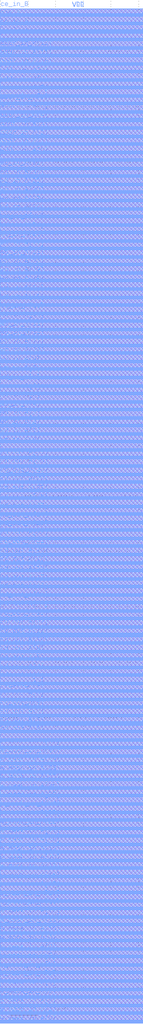
<source format=lef>
# Generated by FakeRAM 2.0
VERSION 5.7 ;
BUSBITCHARS "[]" ;
PROPERTYDEFINITIONS
  MACRO width INTEGER ;
  MACRO depth INTEGER ;
  MACRO banks INTEGER ;
END PROPERTYDEFINITIONS
MACRO fakeram7_tdp_8192x32
  PROPERTY width 32 ;
  PROPERTY depth 8192 ;
  PROPERTY banks 8 ;
  FOREIGN fakeram7_tdp_8192x32 0 0 ;
  SYMMETRY X Y ;
  SIZE 51.680 BY 365.400 ;
  CLASS BLOCK ;
  PIN w_mask_in_A[0]
    DIRECTION INPUT ;
    USE SIGNAL ;
    SHAPE ABUTMENT ;
    PORT
      LAYER M4 ;
      RECT 0.000 0.048 0.024 0.072 ;
    END
  END w_mask_in_A[0]
  PIN w_mask_in_B[0]
    DIRECTION INPUT ;
    USE SIGNAL ;
    SHAPE ABUTMENT ;
    PORT
      LAYER M4 ;
      RECT 51.656 0.048 51.680 0.072 ;
    END
  END w_mask_in_B[0]
  PIN w_mask_in_A[1]
    DIRECTION INPUT ;
    USE SIGNAL ;
    SHAPE ABUTMENT ;
    PORT
      LAYER M4 ;
      RECT 0.000 3.264 0.024 3.288 ;
    END
  END w_mask_in_A[1]
  PIN w_mask_in_B[1]
    DIRECTION INPUT ;
    USE SIGNAL ;
    SHAPE ABUTMENT ;
    PORT
      LAYER M4 ;
      RECT 51.656 3.264 51.680 3.288 ;
    END
  END w_mask_in_B[1]
  PIN w_mask_in_A[2]
    DIRECTION INPUT ;
    USE SIGNAL ;
    SHAPE ABUTMENT ;
    PORT
      LAYER M4 ;
      RECT 0.000 6.480 0.024 6.504 ;
    END
  END w_mask_in_A[2]
  PIN w_mask_in_B[2]
    DIRECTION INPUT ;
    USE SIGNAL ;
    SHAPE ABUTMENT ;
    PORT
      LAYER M4 ;
      RECT 51.656 6.480 51.680 6.504 ;
    END
  END w_mask_in_B[2]
  PIN w_mask_in_A[3]
    DIRECTION INPUT ;
    USE SIGNAL ;
    SHAPE ABUTMENT ;
    PORT
      LAYER M4 ;
      RECT 0.000 9.696 0.024 9.720 ;
    END
  END w_mask_in_A[3]
  PIN w_mask_in_B[3]
    DIRECTION INPUT ;
    USE SIGNAL ;
    SHAPE ABUTMENT ;
    PORT
      LAYER M4 ;
      RECT 51.656 9.696 51.680 9.720 ;
    END
  END w_mask_in_B[3]
  PIN w_mask_in_A[4]
    DIRECTION INPUT ;
    USE SIGNAL ;
    SHAPE ABUTMENT ;
    PORT
      LAYER M4 ;
      RECT 0.000 12.912 0.024 12.936 ;
    END
  END w_mask_in_A[4]
  PIN w_mask_in_B[4]
    DIRECTION INPUT ;
    USE SIGNAL ;
    SHAPE ABUTMENT ;
    PORT
      LAYER M4 ;
      RECT 51.656 12.912 51.680 12.936 ;
    END
  END w_mask_in_B[4]
  PIN w_mask_in_A[5]
    DIRECTION INPUT ;
    USE SIGNAL ;
    SHAPE ABUTMENT ;
    PORT
      LAYER M4 ;
      RECT 0.000 16.128 0.024 16.152 ;
    END
  END w_mask_in_A[5]
  PIN w_mask_in_B[5]
    DIRECTION INPUT ;
    USE SIGNAL ;
    SHAPE ABUTMENT ;
    PORT
      LAYER M4 ;
      RECT 51.656 16.128 51.680 16.152 ;
    END
  END w_mask_in_B[5]
  PIN w_mask_in_A[6]
    DIRECTION INPUT ;
    USE SIGNAL ;
    SHAPE ABUTMENT ;
    PORT
      LAYER M4 ;
      RECT 0.000 19.344 0.024 19.368 ;
    END
  END w_mask_in_A[6]
  PIN w_mask_in_B[6]
    DIRECTION INPUT ;
    USE SIGNAL ;
    SHAPE ABUTMENT ;
    PORT
      LAYER M4 ;
      RECT 51.656 19.344 51.680 19.368 ;
    END
  END w_mask_in_B[6]
  PIN w_mask_in_A[7]
    DIRECTION INPUT ;
    USE SIGNAL ;
    SHAPE ABUTMENT ;
    PORT
      LAYER M4 ;
      RECT 0.000 22.560 0.024 22.584 ;
    END
  END w_mask_in_A[7]
  PIN w_mask_in_B[7]
    DIRECTION INPUT ;
    USE SIGNAL ;
    SHAPE ABUTMENT ;
    PORT
      LAYER M4 ;
      RECT 51.656 22.560 51.680 22.584 ;
    END
  END w_mask_in_B[7]
  PIN w_mask_in_A[8]
    DIRECTION INPUT ;
    USE SIGNAL ;
    SHAPE ABUTMENT ;
    PORT
      LAYER M4 ;
      RECT 0.000 25.776 0.024 25.800 ;
    END
  END w_mask_in_A[8]
  PIN w_mask_in_B[8]
    DIRECTION INPUT ;
    USE SIGNAL ;
    SHAPE ABUTMENT ;
    PORT
      LAYER M4 ;
      RECT 51.656 25.776 51.680 25.800 ;
    END
  END w_mask_in_B[8]
  PIN w_mask_in_A[9]
    DIRECTION INPUT ;
    USE SIGNAL ;
    SHAPE ABUTMENT ;
    PORT
      LAYER M4 ;
      RECT 0.000 28.992 0.024 29.016 ;
    END
  END w_mask_in_A[9]
  PIN w_mask_in_B[9]
    DIRECTION INPUT ;
    USE SIGNAL ;
    SHAPE ABUTMENT ;
    PORT
      LAYER M4 ;
      RECT 51.656 28.992 51.680 29.016 ;
    END
  END w_mask_in_B[9]
  PIN w_mask_in_A[10]
    DIRECTION INPUT ;
    USE SIGNAL ;
    SHAPE ABUTMENT ;
    PORT
      LAYER M4 ;
      RECT 0.000 32.208 0.024 32.232 ;
    END
  END w_mask_in_A[10]
  PIN w_mask_in_B[10]
    DIRECTION INPUT ;
    USE SIGNAL ;
    SHAPE ABUTMENT ;
    PORT
      LAYER M4 ;
      RECT 51.656 32.208 51.680 32.232 ;
    END
  END w_mask_in_B[10]
  PIN w_mask_in_A[11]
    DIRECTION INPUT ;
    USE SIGNAL ;
    SHAPE ABUTMENT ;
    PORT
      LAYER M4 ;
      RECT 0.000 35.424 0.024 35.448 ;
    END
  END w_mask_in_A[11]
  PIN w_mask_in_B[11]
    DIRECTION INPUT ;
    USE SIGNAL ;
    SHAPE ABUTMENT ;
    PORT
      LAYER M4 ;
      RECT 51.656 35.424 51.680 35.448 ;
    END
  END w_mask_in_B[11]
  PIN w_mask_in_A[12]
    DIRECTION INPUT ;
    USE SIGNAL ;
    SHAPE ABUTMENT ;
    PORT
      LAYER M4 ;
      RECT 0.000 38.640 0.024 38.664 ;
    END
  END w_mask_in_A[12]
  PIN w_mask_in_B[12]
    DIRECTION INPUT ;
    USE SIGNAL ;
    SHAPE ABUTMENT ;
    PORT
      LAYER M4 ;
      RECT 51.656 38.640 51.680 38.664 ;
    END
  END w_mask_in_B[12]
  PIN w_mask_in_A[13]
    DIRECTION INPUT ;
    USE SIGNAL ;
    SHAPE ABUTMENT ;
    PORT
      LAYER M4 ;
      RECT 0.000 41.856 0.024 41.880 ;
    END
  END w_mask_in_A[13]
  PIN w_mask_in_B[13]
    DIRECTION INPUT ;
    USE SIGNAL ;
    SHAPE ABUTMENT ;
    PORT
      LAYER M4 ;
      RECT 51.656 41.856 51.680 41.880 ;
    END
  END w_mask_in_B[13]
  PIN w_mask_in_A[14]
    DIRECTION INPUT ;
    USE SIGNAL ;
    SHAPE ABUTMENT ;
    PORT
      LAYER M4 ;
      RECT 0.000 45.072 0.024 45.096 ;
    END
  END w_mask_in_A[14]
  PIN w_mask_in_B[14]
    DIRECTION INPUT ;
    USE SIGNAL ;
    SHAPE ABUTMENT ;
    PORT
      LAYER M4 ;
      RECT 51.656 45.072 51.680 45.096 ;
    END
  END w_mask_in_B[14]
  PIN w_mask_in_A[15]
    DIRECTION INPUT ;
    USE SIGNAL ;
    SHAPE ABUTMENT ;
    PORT
      LAYER M4 ;
      RECT 0.000 48.288 0.024 48.312 ;
    END
  END w_mask_in_A[15]
  PIN w_mask_in_B[15]
    DIRECTION INPUT ;
    USE SIGNAL ;
    SHAPE ABUTMENT ;
    PORT
      LAYER M4 ;
      RECT 51.656 48.288 51.680 48.312 ;
    END
  END w_mask_in_B[15]
  PIN w_mask_in_A[16]
    DIRECTION INPUT ;
    USE SIGNAL ;
    SHAPE ABUTMENT ;
    PORT
      LAYER M4 ;
      RECT 0.000 51.504 0.024 51.528 ;
    END
  END w_mask_in_A[16]
  PIN w_mask_in_B[16]
    DIRECTION INPUT ;
    USE SIGNAL ;
    SHAPE ABUTMENT ;
    PORT
      LAYER M4 ;
      RECT 51.656 51.504 51.680 51.528 ;
    END
  END w_mask_in_B[16]
  PIN w_mask_in_A[17]
    DIRECTION INPUT ;
    USE SIGNAL ;
    SHAPE ABUTMENT ;
    PORT
      LAYER M4 ;
      RECT 0.000 54.720 0.024 54.744 ;
    END
  END w_mask_in_A[17]
  PIN w_mask_in_B[17]
    DIRECTION INPUT ;
    USE SIGNAL ;
    SHAPE ABUTMENT ;
    PORT
      LAYER M4 ;
      RECT 51.656 54.720 51.680 54.744 ;
    END
  END w_mask_in_B[17]
  PIN w_mask_in_A[18]
    DIRECTION INPUT ;
    USE SIGNAL ;
    SHAPE ABUTMENT ;
    PORT
      LAYER M4 ;
      RECT 0.000 57.936 0.024 57.960 ;
    END
  END w_mask_in_A[18]
  PIN w_mask_in_B[18]
    DIRECTION INPUT ;
    USE SIGNAL ;
    SHAPE ABUTMENT ;
    PORT
      LAYER M4 ;
      RECT 51.656 57.936 51.680 57.960 ;
    END
  END w_mask_in_B[18]
  PIN w_mask_in_A[19]
    DIRECTION INPUT ;
    USE SIGNAL ;
    SHAPE ABUTMENT ;
    PORT
      LAYER M4 ;
      RECT 0.000 61.152 0.024 61.176 ;
    END
  END w_mask_in_A[19]
  PIN w_mask_in_B[19]
    DIRECTION INPUT ;
    USE SIGNAL ;
    SHAPE ABUTMENT ;
    PORT
      LAYER M4 ;
      RECT 51.656 61.152 51.680 61.176 ;
    END
  END w_mask_in_B[19]
  PIN w_mask_in_A[20]
    DIRECTION INPUT ;
    USE SIGNAL ;
    SHAPE ABUTMENT ;
    PORT
      LAYER M4 ;
      RECT 0.000 64.368 0.024 64.392 ;
    END
  END w_mask_in_A[20]
  PIN w_mask_in_B[20]
    DIRECTION INPUT ;
    USE SIGNAL ;
    SHAPE ABUTMENT ;
    PORT
      LAYER M4 ;
      RECT 51.656 64.368 51.680 64.392 ;
    END
  END w_mask_in_B[20]
  PIN w_mask_in_A[21]
    DIRECTION INPUT ;
    USE SIGNAL ;
    SHAPE ABUTMENT ;
    PORT
      LAYER M4 ;
      RECT 0.000 67.584 0.024 67.608 ;
    END
  END w_mask_in_A[21]
  PIN w_mask_in_B[21]
    DIRECTION INPUT ;
    USE SIGNAL ;
    SHAPE ABUTMENT ;
    PORT
      LAYER M4 ;
      RECT 51.656 67.584 51.680 67.608 ;
    END
  END w_mask_in_B[21]
  PIN w_mask_in_A[22]
    DIRECTION INPUT ;
    USE SIGNAL ;
    SHAPE ABUTMENT ;
    PORT
      LAYER M4 ;
      RECT 0.000 70.800 0.024 70.824 ;
    END
  END w_mask_in_A[22]
  PIN w_mask_in_B[22]
    DIRECTION INPUT ;
    USE SIGNAL ;
    SHAPE ABUTMENT ;
    PORT
      LAYER M4 ;
      RECT 51.656 70.800 51.680 70.824 ;
    END
  END w_mask_in_B[22]
  PIN w_mask_in_A[23]
    DIRECTION INPUT ;
    USE SIGNAL ;
    SHAPE ABUTMENT ;
    PORT
      LAYER M4 ;
      RECT 0.000 74.016 0.024 74.040 ;
    END
  END w_mask_in_A[23]
  PIN w_mask_in_B[23]
    DIRECTION INPUT ;
    USE SIGNAL ;
    SHAPE ABUTMENT ;
    PORT
      LAYER M4 ;
      RECT 51.656 74.016 51.680 74.040 ;
    END
  END w_mask_in_B[23]
  PIN w_mask_in_A[24]
    DIRECTION INPUT ;
    USE SIGNAL ;
    SHAPE ABUTMENT ;
    PORT
      LAYER M4 ;
      RECT 0.000 77.232 0.024 77.256 ;
    END
  END w_mask_in_A[24]
  PIN w_mask_in_B[24]
    DIRECTION INPUT ;
    USE SIGNAL ;
    SHAPE ABUTMENT ;
    PORT
      LAYER M4 ;
      RECT 51.656 77.232 51.680 77.256 ;
    END
  END w_mask_in_B[24]
  PIN w_mask_in_A[25]
    DIRECTION INPUT ;
    USE SIGNAL ;
    SHAPE ABUTMENT ;
    PORT
      LAYER M4 ;
      RECT 0.000 80.448 0.024 80.472 ;
    END
  END w_mask_in_A[25]
  PIN w_mask_in_B[25]
    DIRECTION INPUT ;
    USE SIGNAL ;
    SHAPE ABUTMENT ;
    PORT
      LAYER M4 ;
      RECT 51.656 80.448 51.680 80.472 ;
    END
  END w_mask_in_B[25]
  PIN w_mask_in_A[26]
    DIRECTION INPUT ;
    USE SIGNAL ;
    SHAPE ABUTMENT ;
    PORT
      LAYER M4 ;
      RECT 0.000 83.664 0.024 83.688 ;
    END
  END w_mask_in_A[26]
  PIN w_mask_in_B[26]
    DIRECTION INPUT ;
    USE SIGNAL ;
    SHAPE ABUTMENT ;
    PORT
      LAYER M4 ;
      RECT 51.656 83.664 51.680 83.688 ;
    END
  END w_mask_in_B[26]
  PIN w_mask_in_A[27]
    DIRECTION INPUT ;
    USE SIGNAL ;
    SHAPE ABUTMENT ;
    PORT
      LAYER M4 ;
      RECT 0.000 86.880 0.024 86.904 ;
    END
  END w_mask_in_A[27]
  PIN w_mask_in_B[27]
    DIRECTION INPUT ;
    USE SIGNAL ;
    SHAPE ABUTMENT ;
    PORT
      LAYER M4 ;
      RECT 51.656 86.880 51.680 86.904 ;
    END
  END w_mask_in_B[27]
  PIN w_mask_in_A[28]
    DIRECTION INPUT ;
    USE SIGNAL ;
    SHAPE ABUTMENT ;
    PORT
      LAYER M4 ;
      RECT 0.000 90.096 0.024 90.120 ;
    END
  END w_mask_in_A[28]
  PIN w_mask_in_B[28]
    DIRECTION INPUT ;
    USE SIGNAL ;
    SHAPE ABUTMENT ;
    PORT
      LAYER M4 ;
      RECT 51.656 90.096 51.680 90.120 ;
    END
  END w_mask_in_B[28]
  PIN w_mask_in_A[29]
    DIRECTION INPUT ;
    USE SIGNAL ;
    SHAPE ABUTMENT ;
    PORT
      LAYER M4 ;
      RECT 0.000 93.312 0.024 93.336 ;
    END
  END w_mask_in_A[29]
  PIN w_mask_in_B[29]
    DIRECTION INPUT ;
    USE SIGNAL ;
    SHAPE ABUTMENT ;
    PORT
      LAYER M4 ;
      RECT 51.656 93.312 51.680 93.336 ;
    END
  END w_mask_in_B[29]
  PIN w_mask_in_A[30]
    DIRECTION INPUT ;
    USE SIGNAL ;
    SHAPE ABUTMENT ;
    PORT
      LAYER M4 ;
      RECT 0.000 96.528 0.024 96.552 ;
    END
  END w_mask_in_A[30]
  PIN w_mask_in_B[30]
    DIRECTION INPUT ;
    USE SIGNAL ;
    SHAPE ABUTMENT ;
    PORT
      LAYER M4 ;
      RECT 51.656 96.528 51.680 96.552 ;
    END
  END w_mask_in_B[30]
  PIN w_mask_in_A[31]
    DIRECTION INPUT ;
    USE SIGNAL ;
    SHAPE ABUTMENT ;
    PORT
      LAYER M4 ;
      RECT 0.000 99.744 0.024 99.768 ;
    END
  END w_mask_in_A[31]
  PIN w_mask_in_B[31]
    DIRECTION INPUT ;
    USE SIGNAL ;
    SHAPE ABUTMENT ;
    PORT
      LAYER M4 ;
      RECT 51.656 99.744 51.680 99.768 ;
    END
  END w_mask_in_B[31]
  PIN rd_out_A[0]
    DIRECTION OUTPUT ;
    USE SIGNAL ;
    SHAPE ABUTMENT ;
    PORT
      LAYER M4 ;
      RECT 0.000 104.208 0.024 104.232 ;
    END
  END rd_out_A[0]
  PIN rd_out_B[0]
    DIRECTION OUTPUT ;
    USE SIGNAL ;
    SHAPE ABUTMENT ;
    PORT
      LAYER M4 ;
      RECT 51.656 104.208 51.680 104.232 ;
    END
  END rd_out_B[0]
  PIN rd_out_A[1]
    DIRECTION OUTPUT ;
    USE SIGNAL ;
    SHAPE ABUTMENT ;
    PORT
      LAYER M4 ;
      RECT 0.000 107.424 0.024 107.448 ;
    END
  END rd_out_A[1]
  PIN rd_out_B[1]
    DIRECTION OUTPUT ;
    USE SIGNAL ;
    SHAPE ABUTMENT ;
    PORT
      LAYER M4 ;
      RECT 51.656 107.424 51.680 107.448 ;
    END
  END rd_out_B[1]
  PIN rd_out_A[2]
    DIRECTION OUTPUT ;
    USE SIGNAL ;
    SHAPE ABUTMENT ;
    PORT
      LAYER M4 ;
      RECT 0.000 110.640 0.024 110.664 ;
    END
  END rd_out_A[2]
  PIN rd_out_B[2]
    DIRECTION OUTPUT ;
    USE SIGNAL ;
    SHAPE ABUTMENT ;
    PORT
      LAYER M4 ;
      RECT 51.656 110.640 51.680 110.664 ;
    END
  END rd_out_B[2]
  PIN rd_out_A[3]
    DIRECTION OUTPUT ;
    USE SIGNAL ;
    SHAPE ABUTMENT ;
    PORT
      LAYER M4 ;
      RECT 0.000 113.856 0.024 113.880 ;
    END
  END rd_out_A[3]
  PIN rd_out_B[3]
    DIRECTION OUTPUT ;
    USE SIGNAL ;
    SHAPE ABUTMENT ;
    PORT
      LAYER M4 ;
      RECT 51.656 113.856 51.680 113.880 ;
    END
  END rd_out_B[3]
  PIN rd_out_A[4]
    DIRECTION OUTPUT ;
    USE SIGNAL ;
    SHAPE ABUTMENT ;
    PORT
      LAYER M4 ;
      RECT 0.000 117.072 0.024 117.096 ;
    END
  END rd_out_A[4]
  PIN rd_out_B[4]
    DIRECTION OUTPUT ;
    USE SIGNAL ;
    SHAPE ABUTMENT ;
    PORT
      LAYER M4 ;
      RECT 51.656 117.072 51.680 117.096 ;
    END
  END rd_out_B[4]
  PIN rd_out_A[5]
    DIRECTION OUTPUT ;
    USE SIGNAL ;
    SHAPE ABUTMENT ;
    PORT
      LAYER M4 ;
      RECT 0.000 120.288 0.024 120.312 ;
    END
  END rd_out_A[5]
  PIN rd_out_B[5]
    DIRECTION OUTPUT ;
    USE SIGNAL ;
    SHAPE ABUTMENT ;
    PORT
      LAYER M4 ;
      RECT 51.656 120.288 51.680 120.312 ;
    END
  END rd_out_B[5]
  PIN rd_out_A[6]
    DIRECTION OUTPUT ;
    USE SIGNAL ;
    SHAPE ABUTMENT ;
    PORT
      LAYER M4 ;
      RECT 0.000 123.504 0.024 123.528 ;
    END
  END rd_out_A[6]
  PIN rd_out_B[6]
    DIRECTION OUTPUT ;
    USE SIGNAL ;
    SHAPE ABUTMENT ;
    PORT
      LAYER M4 ;
      RECT 51.656 123.504 51.680 123.528 ;
    END
  END rd_out_B[6]
  PIN rd_out_A[7]
    DIRECTION OUTPUT ;
    USE SIGNAL ;
    SHAPE ABUTMENT ;
    PORT
      LAYER M4 ;
      RECT 0.000 126.720 0.024 126.744 ;
    END
  END rd_out_A[7]
  PIN rd_out_B[7]
    DIRECTION OUTPUT ;
    USE SIGNAL ;
    SHAPE ABUTMENT ;
    PORT
      LAYER M4 ;
      RECT 51.656 126.720 51.680 126.744 ;
    END
  END rd_out_B[7]
  PIN rd_out_A[8]
    DIRECTION OUTPUT ;
    USE SIGNAL ;
    SHAPE ABUTMENT ;
    PORT
      LAYER M4 ;
      RECT 0.000 129.936 0.024 129.960 ;
    END
  END rd_out_A[8]
  PIN rd_out_B[8]
    DIRECTION OUTPUT ;
    USE SIGNAL ;
    SHAPE ABUTMENT ;
    PORT
      LAYER M4 ;
      RECT 51.656 129.936 51.680 129.960 ;
    END
  END rd_out_B[8]
  PIN rd_out_A[9]
    DIRECTION OUTPUT ;
    USE SIGNAL ;
    SHAPE ABUTMENT ;
    PORT
      LAYER M4 ;
      RECT 0.000 133.152 0.024 133.176 ;
    END
  END rd_out_A[9]
  PIN rd_out_B[9]
    DIRECTION OUTPUT ;
    USE SIGNAL ;
    SHAPE ABUTMENT ;
    PORT
      LAYER M4 ;
      RECT 51.656 133.152 51.680 133.176 ;
    END
  END rd_out_B[9]
  PIN rd_out_A[10]
    DIRECTION OUTPUT ;
    USE SIGNAL ;
    SHAPE ABUTMENT ;
    PORT
      LAYER M4 ;
      RECT 0.000 136.368 0.024 136.392 ;
    END
  END rd_out_A[10]
  PIN rd_out_B[10]
    DIRECTION OUTPUT ;
    USE SIGNAL ;
    SHAPE ABUTMENT ;
    PORT
      LAYER M4 ;
      RECT 51.656 136.368 51.680 136.392 ;
    END
  END rd_out_B[10]
  PIN rd_out_A[11]
    DIRECTION OUTPUT ;
    USE SIGNAL ;
    SHAPE ABUTMENT ;
    PORT
      LAYER M4 ;
      RECT 0.000 139.584 0.024 139.608 ;
    END
  END rd_out_A[11]
  PIN rd_out_B[11]
    DIRECTION OUTPUT ;
    USE SIGNAL ;
    SHAPE ABUTMENT ;
    PORT
      LAYER M4 ;
      RECT 51.656 139.584 51.680 139.608 ;
    END
  END rd_out_B[11]
  PIN rd_out_A[12]
    DIRECTION OUTPUT ;
    USE SIGNAL ;
    SHAPE ABUTMENT ;
    PORT
      LAYER M4 ;
      RECT 0.000 142.800 0.024 142.824 ;
    END
  END rd_out_A[12]
  PIN rd_out_B[12]
    DIRECTION OUTPUT ;
    USE SIGNAL ;
    SHAPE ABUTMENT ;
    PORT
      LAYER M4 ;
      RECT 51.656 142.800 51.680 142.824 ;
    END
  END rd_out_B[12]
  PIN rd_out_A[13]
    DIRECTION OUTPUT ;
    USE SIGNAL ;
    SHAPE ABUTMENT ;
    PORT
      LAYER M4 ;
      RECT 0.000 146.016 0.024 146.040 ;
    END
  END rd_out_A[13]
  PIN rd_out_B[13]
    DIRECTION OUTPUT ;
    USE SIGNAL ;
    SHAPE ABUTMENT ;
    PORT
      LAYER M4 ;
      RECT 51.656 146.016 51.680 146.040 ;
    END
  END rd_out_B[13]
  PIN rd_out_A[14]
    DIRECTION OUTPUT ;
    USE SIGNAL ;
    SHAPE ABUTMENT ;
    PORT
      LAYER M4 ;
      RECT 0.000 149.232 0.024 149.256 ;
    END
  END rd_out_A[14]
  PIN rd_out_B[14]
    DIRECTION OUTPUT ;
    USE SIGNAL ;
    SHAPE ABUTMENT ;
    PORT
      LAYER M4 ;
      RECT 51.656 149.232 51.680 149.256 ;
    END
  END rd_out_B[14]
  PIN rd_out_A[15]
    DIRECTION OUTPUT ;
    USE SIGNAL ;
    SHAPE ABUTMENT ;
    PORT
      LAYER M4 ;
      RECT 0.000 152.448 0.024 152.472 ;
    END
  END rd_out_A[15]
  PIN rd_out_B[15]
    DIRECTION OUTPUT ;
    USE SIGNAL ;
    SHAPE ABUTMENT ;
    PORT
      LAYER M4 ;
      RECT 51.656 152.448 51.680 152.472 ;
    END
  END rd_out_B[15]
  PIN rd_out_A[16]
    DIRECTION OUTPUT ;
    USE SIGNAL ;
    SHAPE ABUTMENT ;
    PORT
      LAYER M4 ;
      RECT 0.000 155.664 0.024 155.688 ;
    END
  END rd_out_A[16]
  PIN rd_out_B[16]
    DIRECTION OUTPUT ;
    USE SIGNAL ;
    SHAPE ABUTMENT ;
    PORT
      LAYER M4 ;
      RECT 51.656 155.664 51.680 155.688 ;
    END
  END rd_out_B[16]
  PIN rd_out_A[17]
    DIRECTION OUTPUT ;
    USE SIGNAL ;
    SHAPE ABUTMENT ;
    PORT
      LAYER M4 ;
      RECT 0.000 158.880 0.024 158.904 ;
    END
  END rd_out_A[17]
  PIN rd_out_B[17]
    DIRECTION OUTPUT ;
    USE SIGNAL ;
    SHAPE ABUTMENT ;
    PORT
      LAYER M4 ;
      RECT 51.656 158.880 51.680 158.904 ;
    END
  END rd_out_B[17]
  PIN rd_out_A[18]
    DIRECTION OUTPUT ;
    USE SIGNAL ;
    SHAPE ABUTMENT ;
    PORT
      LAYER M4 ;
      RECT 0.000 162.096 0.024 162.120 ;
    END
  END rd_out_A[18]
  PIN rd_out_B[18]
    DIRECTION OUTPUT ;
    USE SIGNAL ;
    SHAPE ABUTMENT ;
    PORT
      LAYER M4 ;
      RECT 51.656 162.096 51.680 162.120 ;
    END
  END rd_out_B[18]
  PIN rd_out_A[19]
    DIRECTION OUTPUT ;
    USE SIGNAL ;
    SHAPE ABUTMENT ;
    PORT
      LAYER M4 ;
      RECT 0.000 165.312 0.024 165.336 ;
    END
  END rd_out_A[19]
  PIN rd_out_B[19]
    DIRECTION OUTPUT ;
    USE SIGNAL ;
    SHAPE ABUTMENT ;
    PORT
      LAYER M4 ;
      RECT 51.656 165.312 51.680 165.336 ;
    END
  END rd_out_B[19]
  PIN rd_out_A[20]
    DIRECTION OUTPUT ;
    USE SIGNAL ;
    SHAPE ABUTMENT ;
    PORT
      LAYER M4 ;
      RECT 0.000 168.528 0.024 168.552 ;
    END
  END rd_out_A[20]
  PIN rd_out_B[20]
    DIRECTION OUTPUT ;
    USE SIGNAL ;
    SHAPE ABUTMENT ;
    PORT
      LAYER M4 ;
      RECT 51.656 168.528 51.680 168.552 ;
    END
  END rd_out_B[20]
  PIN rd_out_A[21]
    DIRECTION OUTPUT ;
    USE SIGNAL ;
    SHAPE ABUTMENT ;
    PORT
      LAYER M4 ;
      RECT 0.000 171.744 0.024 171.768 ;
    END
  END rd_out_A[21]
  PIN rd_out_B[21]
    DIRECTION OUTPUT ;
    USE SIGNAL ;
    SHAPE ABUTMENT ;
    PORT
      LAYER M4 ;
      RECT 51.656 171.744 51.680 171.768 ;
    END
  END rd_out_B[21]
  PIN rd_out_A[22]
    DIRECTION OUTPUT ;
    USE SIGNAL ;
    SHAPE ABUTMENT ;
    PORT
      LAYER M4 ;
      RECT 0.000 174.960 0.024 174.984 ;
    END
  END rd_out_A[22]
  PIN rd_out_B[22]
    DIRECTION OUTPUT ;
    USE SIGNAL ;
    SHAPE ABUTMENT ;
    PORT
      LAYER M4 ;
      RECT 51.656 174.960 51.680 174.984 ;
    END
  END rd_out_B[22]
  PIN rd_out_A[23]
    DIRECTION OUTPUT ;
    USE SIGNAL ;
    SHAPE ABUTMENT ;
    PORT
      LAYER M4 ;
      RECT 0.000 178.176 0.024 178.200 ;
    END
  END rd_out_A[23]
  PIN rd_out_B[23]
    DIRECTION OUTPUT ;
    USE SIGNAL ;
    SHAPE ABUTMENT ;
    PORT
      LAYER M4 ;
      RECT 51.656 178.176 51.680 178.200 ;
    END
  END rd_out_B[23]
  PIN rd_out_A[24]
    DIRECTION OUTPUT ;
    USE SIGNAL ;
    SHAPE ABUTMENT ;
    PORT
      LAYER M4 ;
      RECT 0.000 181.392 0.024 181.416 ;
    END
  END rd_out_A[24]
  PIN rd_out_B[24]
    DIRECTION OUTPUT ;
    USE SIGNAL ;
    SHAPE ABUTMENT ;
    PORT
      LAYER M4 ;
      RECT 51.656 181.392 51.680 181.416 ;
    END
  END rd_out_B[24]
  PIN rd_out_A[25]
    DIRECTION OUTPUT ;
    USE SIGNAL ;
    SHAPE ABUTMENT ;
    PORT
      LAYER M4 ;
      RECT 0.000 184.608 0.024 184.632 ;
    END
  END rd_out_A[25]
  PIN rd_out_B[25]
    DIRECTION OUTPUT ;
    USE SIGNAL ;
    SHAPE ABUTMENT ;
    PORT
      LAYER M4 ;
      RECT 51.656 184.608 51.680 184.632 ;
    END
  END rd_out_B[25]
  PIN rd_out_A[26]
    DIRECTION OUTPUT ;
    USE SIGNAL ;
    SHAPE ABUTMENT ;
    PORT
      LAYER M4 ;
      RECT 0.000 187.824 0.024 187.848 ;
    END
  END rd_out_A[26]
  PIN rd_out_B[26]
    DIRECTION OUTPUT ;
    USE SIGNAL ;
    SHAPE ABUTMENT ;
    PORT
      LAYER M4 ;
      RECT 51.656 187.824 51.680 187.848 ;
    END
  END rd_out_B[26]
  PIN rd_out_A[27]
    DIRECTION OUTPUT ;
    USE SIGNAL ;
    SHAPE ABUTMENT ;
    PORT
      LAYER M4 ;
      RECT 0.000 191.040 0.024 191.064 ;
    END
  END rd_out_A[27]
  PIN rd_out_B[27]
    DIRECTION OUTPUT ;
    USE SIGNAL ;
    SHAPE ABUTMENT ;
    PORT
      LAYER M4 ;
      RECT 51.656 191.040 51.680 191.064 ;
    END
  END rd_out_B[27]
  PIN rd_out_A[28]
    DIRECTION OUTPUT ;
    USE SIGNAL ;
    SHAPE ABUTMENT ;
    PORT
      LAYER M4 ;
      RECT 0.000 194.256 0.024 194.280 ;
    END
  END rd_out_A[28]
  PIN rd_out_B[28]
    DIRECTION OUTPUT ;
    USE SIGNAL ;
    SHAPE ABUTMENT ;
    PORT
      LAYER M4 ;
      RECT 51.656 194.256 51.680 194.280 ;
    END
  END rd_out_B[28]
  PIN rd_out_A[29]
    DIRECTION OUTPUT ;
    USE SIGNAL ;
    SHAPE ABUTMENT ;
    PORT
      LAYER M4 ;
      RECT 0.000 197.472 0.024 197.496 ;
    END
  END rd_out_A[29]
  PIN rd_out_B[29]
    DIRECTION OUTPUT ;
    USE SIGNAL ;
    SHAPE ABUTMENT ;
    PORT
      LAYER M4 ;
      RECT 51.656 197.472 51.680 197.496 ;
    END
  END rd_out_B[29]
  PIN rd_out_A[30]
    DIRECTION OUTPUT ;
    USE SIGNAL ;
    SHAPE ABUTMENT ;
    PORT
      LAYER M4 ;
      RECT 0.000 200.688 0.024 200.712 ;
    END
  END rd_out_A[30]
  PIN rd_out_B[30]
    DIRECTION OUTPUT ;
    USE SIGNAL ;
    SHAPE ABUTMENT ;
    PORT
      LAYER M4 ;
      RECT 51.656 200.688 51.680 200.712 ;
    END
  END rd_out_B[30]
  PIN rd_out_A[31]
    DIRECTION OUTPUT ;
    USE SIGNAL ;
    SHAPE ABUTMENT ;
    PORT
      LAYER M4 ;
      RECT 0.000 203.904 0.024 203.928 ;
    END
  END rd_out_A[31]
  PIN rd_out_B[31]
    DIRECTION OUTPUT ;
    USE SIGNAL ;
    SHAPE ABUTMENT ;
    PORT
      LAYER M4 ;
      RECT 51.656 203.904 51.680 203.928 ;
    END
  END rd_out_B[31]
  PIN wd_in_A[0]
    DIRECTION INPUT ;
    USE SIGNAL ;
    SHAPE ABUTMENT ;
    PORT
      LAYER M4 ;
      RECT 0.000 208.368 0.024 208.392 ;
    END
  END wd_in_A[0]
  PIN wd_in_B[0]
    DIRECTION INPUT ;
    USE SIGNAL ;
    SHAPE ABUTMENT ;
    PORT
      LAYER M4 ;
      RECT 51.656 208.368 51.680 208.392 ;
    END
  END wd_in_B[0]
  PIN wd_in_A[1]
    DIRECTION INPUT ;
    USE SIGNAL ;
    SHAPE ABUTMENT ;
    PORT
      LAYER M4 ;
      RECT 0.000 211.584 0.024 211.608 ;
    END
  END wd_in_A[1]
  PIN wd_in_B[1]
    DIRECTION INPUT ;
    USE SIGNAL ;
    SHAPE ABUTMENT ;
    PORT
      LAYER M4 ;
      RECT 51.656 211.584 51.680 211.608 ;
    END
  END wd_in_B[1]
  PIN wd_in_A[2]
    DIRECTION INPUT ;
    USE SIGNAL ;
    SHAPE ABUTMENT ;
    PORT
      LAYER M4 ;
      RECT 0.000 214.800 0.024 214.824 ;
    END
  END wd_in_A[2]
  PIN wd_in_B[2]
    DIRECTION INPUT ;
    USE SIGNAL ;
    SHAPE ABUTMENT ;
    PORT
      LAYER M4 ;
      RECT 51.656 214.800 51.680 214.824 ;
    END
  END wd_in_B[2]
  PIN wd_in_A[3]
    DIRECTION INPUT ;
    USE SIGNAL ;
    SHAPE ABUTMENT ;
    PORT
      LAYER M4 ;
      RECT 0.000 218.016 0.024 218.040 ;
    END
  END wd_in_A[3]
  PIN wd_in_B[3]
    DIRECTION INPUT ;
    USE SIGNAL ;
    SHAPE ABUTMENT ;
    PORT
      LAYER M4 ;
      RECT 51.656 218.016 51.680 218.040 ;
    END
  END wd_in_B[3]
  PIN wd_in_A[4]
    DIRECTION INPUT ;
    USE SIGNAL ;
    SHAPE ABUTMENT ;
    PORT
      LAYER M4 ;
      RECT 0.000 221.232 0.024 221.256 ;
    END
  END wd_in_A[4]
  PIN wd_in_B[4]
    DIRECTION INPUT ;
    USE SIGNAL ;
    SHAPE ABUTMENT ;
    PORT
      LAYER M4 ;
      RECT 51.656 221.232 51.680 221.256 ;
    END
  END wd_in_B[4]
  PIN wd_in_A[5]
    DIRECTION INPUT ;
    USE SIGNAL ;
    SHAPE ABUTMENT ;
    PORT
      LAYER M4 ;
      RECT 0.000 224.448 0.024 224.472 ;
    END
  END wd_in_A[5]
  PIN wd_in_B[5]
    DIRECTION INPUT ;
    USE SIGNAL ;
    SHAPE ABUTMENT ;
    PORT
      LAYER M4 ;
      RECT 51.656 224.448 51.680 224.472 ;
    END
  END wd_in_B[5]
  PIN wd_in_A[6]
    DIRECTION INPUT ;
    USE SIGNAL ;
    SHAPE ABUTMENT ;
    PORT
      LAYER M4 ;
      RECT 0.000 227.664 0.024 227.688 ;
    END
  END wd_in_A[6]
  PIN wd_in_B[6]
    DIRECTION INPUT ;
    USE SIGNAL ;
    SHAPE ABUTMENT ;
    PORT
      LAYER M4 ;
      RECT 51.656 227.664 51.680 227.688 ;
    END
  END wd_in_B[6]
  PIN wd_in_A[7]
    DIRECTION INPUT ;
    USE SIGNAL ;
    SHAPE ABUTMENT ;
    PORT
      LAYER M4 ;
      RECT 0.000 230.880 0.024 230.904 ;
    END
  END wd_in_A[7]
  PIN wd_in_B[7]
    DIRECTION INPUT ;
    USE SIGNAL ;
    SHAPE ABUTMENT ;
    PORT
      LAYER M4 ;
      RECT 51.656 230.880 51.680 230.904 ;
    END
  END wd_in_B[7]
  PIN wd_in_A[8]
    DIRECTION INPUT ;
    USE SIGNAL ;
    SHAPE ABUTMENT ;
    PORT
      LAYER M4 ;
      RECT 0.000 234.096 0.024 234.120 ;
    END
  END wd_in_A[8]
  PIN wd_in_B[8]
    DIRECTION INPUT ;
    USE SIGNAL ;
    SHAPE ABUTMENT ;
    PORT
      LAYER M4 ;
      RECT 51.656 234.096 51.680 234.120 ;
    END
  END wd_in_B[8]
  PIN wd_in_A[9]
    DIRECTION INPUT ;
    USE SIGNAL ;
    SHAPE ABUTMENT ;
    PORT
      LAYER M4 ;
      RECT 0.000 237.312 0.024 237.336 ;
    END
  END wd_in_A[9]
  PIN wd_in_B[9]
    DIRECTION INPUT ;
    USE SIGNAL ;
    SHAPE ABUTMENT ;
    PORT
      LAYER M4 ;
      RECT 51.656 237.312 51.680 237.336 ;
    END
  END wd_in_B[9]
  PIN wd_in_A[10]
    DIRECTION INPUT ;
    USE SIGNAL ;
    SHAPE ABUTMENT ;
    PORT
      LAYER M4 ;
      RECT 0.000 240.528 0.024 240.552 ;
    END
  END wd_in_A[10]
  PIN wd_in_B[10]
    DIRECTION INPUT ;
    USE SIGNAL ;
    SHAPE ABUTMENT ;
    PORT
      LAYER M4 ;
      RECT 51.656 240.528 51.680 240.552 ;
    END
  END wd_in_B[10]
  PIN wd_in_A[11]
    DIRECTION INPUT ;
    USE SIGNAL ;
    SHAPE ABUTMENT ;
    PORT
      LAYER M4 ;
      RECT 0.000 243.744 0.024 243.768 ;
    END
  END wd_in_A[11]
  PIN wd_in_B[11]
    DIRECTION INPUT ;
    USE SIGNAL ;
    SHAPE ABUTMENT ;
    PORT
      LAYER M4 ;
      RECT 51.656 243.744 51.680 243.768 ;
    END
  END wd_in_B[11]
  PIN wd_in_A[12]
    DIRECTION INPUT ;
    USE SIGNAL ;
    SHAPE ABUTMENT ;
    PORT
      LAYER M4 ;
      RECT 0.000 246.960 0.024 246.984 ;
    END
  END wd_in_A[12]
  PIN wd_in_B[12]
    DIRECTION INPUT ;
    USE SIGNAL ;
    SHAPE ABUTMENT ;
    PORT
      LAYER M4 ;
      RECT 51.656 246.960 51.680 246.984 ;
    END
  END wd_in_B[12]
  PIN wd_in_A[13]
    DIRECTION INPUT ;
    USE SIGNAL ;
    SHAPE ABUTMENT ;
    PORT
      LAYER M4 ;
      RECT 0.000 250.176 0.024 250.200 ;
    END
  END wd_in_A[13]
  PIN wd_in_B[13]
    DIRECTION INPUT ;
    USE SIGNAL ;
    SHAPE ABUTMENT ;
    PORT
      LAYER M4 ;
      RECT 51.656 250.176 51.680 250.200 ;
    END
  END wd_in_B[13]
  PIN wd_in_A[14]
    DIRECTION INPUT ;
    USE SIGNAL ;
    SHAPE ABUTMENT ;
    PORT
      LAYER M4 ;
      RECT 0.000 253.392 0.024 253.416 ;
    END
  END wd_in_A[14]
  PIN wd_in_B[14]
    DIRECTION INPUT ;
    USE SIGNAL ;
    SHAPE ABUTMENT ;
    PORT
      LAYER M4 ;
      RECT 51.656 253.392 51.680 253.416 ;
    END
  END wd_in_B[14]
  PIN wd_in_A[15]
    DIRECTION INPUT ;
    USE SIGNAL ;
    SHAPE ABUTMENT ;
    PORT
      LAYER M4 ;
      RECT 0.000 256.608 0.024 256.632 ;
    END
  END wd_in_A[15]
  PIN wd_in_B[15]
    DIRECTION INPUT ;
    USE SIGNAL ;
    SHAPE ABUTMENT ;
    PORT
      LAYER M4 ;
      RECT 51.656 256.608 51.680 256.632 ;
    END
  END wd_in_B[15]
  PIN wd_in_A[16]
    DIRECTION INPUT ;
    USE SIGNAL ;
    SHAPE ABUTMENT ;
    PORT
      LAYER M4 ;
      RECT 0.000 259.824 0.024 259.848 ;
    END
  END wd_in_A[16]
  PIN wd_in_B[16]
    DIRECTION INPUT ;
    USE SIGNAL ;
    SHAPE ABUTMENT ;
    PORT
      LAYER M4 ;
      RECT 51.656 259.824 51.680 259.848 ;
    END
  END wd_in_B[16]
  PIN wd_in_A[17]
    DIRECTION INPUT ;
    USE SIGNAL ;
    SHAPE ABUTMENT ;
    PORT
      LAYER M4 ;
      RECT 0.000 263.040 0.024 263.064 ;
    END
  END wd_in_A[17]
  PIN wd_in_B[17]
    DIRECTION INPUT ;
    USE SIGNAL ;
    SHAPE ABUTMENT ;
    PORT
      LAYER M4 ;
      RECT 51.656 263.040 51.680 263.064 ;
    END
  END wd_in_B[17]
  PIN wd_in_A[18]
    DIRECTION INPUT ;
    USE SIGNAL ;
    SHAPE ABUTMENT ;
    PORT
      LAYER M4 ;
      RECT 0.000 266.256 0.024 266.280 ;
    END
  END wd_in_A[18]
  PIN wd_in_B[18]
    DIRECTION INPUT ;
    USE SIGNAL ;
    SHAPE ABUTMENT ;
    PORT
      LAYER M4 ;
      RECT 51.656 266.256 51.680 266.280 ;
    END
  END wd_in_B[18]
  PIN wd_in_A[19]
    DIRECTION INPUT ;
    USE SIGNAL ;
    SHAPE ABUTMENT ;
    PORT
      LAYER M4 ;
      RECT 0.000 269.472 0.024 269.496 ;
    END
  END wd_in_A[19]
  PIN wd_in_B[19]
    DIRECTION INPUT ;
    USE SIGNAL ;
    SHAPE ABUTMENT ;
    PORT
      LAYER M4 ;
      RECT 51.656 269.472 51.680 269.496 ;
    END
  END wd_in_B[19]
  PIN wd_in_A[20]
    DIRECTION INPUT ;
    USE SIGNAL ;
    SHAPE ABUTMENT ;
    PORT
      LAYER M4 ;
      RECT 0.000 272.688 0.024 272.712 ;
    END
  END wd_in_A[20]
  PIN wd_in_B[20]
    DIRECTION INPUT ;
    USE SIGNAL ;
    SHAPE ABUTMENT ;
    PORT
      LAYER M4 ;
      RECT 51.656 272.688 51.680 272.712 ;
    END
  END wd_in_B[20]
  PIN wd_in_A[21]
    DIRECTION INPUT ;
    USE SIGNAL ;
    SHAPE ABUTMENT ;
    PORT
      LAYER M4 ;
      RECT 0.000 275.904 0.024 275.928 ;
    END
  END wd_in_A[21]
  PIN wd_in_B[21]
    DIRECTION INPUT ;
    USE SIGNAL ;
    SHAPE ABUTMENT ;
    PORT
      LAYER M4 ;
      RECT 51.656 275.904 51.680 275.928 ;
    END
  END wd_in_B[21]
  PIN wd_in_A[22]
    DIRECTION INPUT ;
    USE SIGNAL ;
    SHAPE ABUTMENT ;
    PORT
      LAYER M4 ;
      RECT 0.000 279.120 0.024 279.144 ;
    END
  END wd_in_A[22]
  PIN wd_in_B[22]
    DIRECTION INPUT ;
    USE SIGNAL ;
    SHAPE ABUTMENT ;
    PORT
      LAYER M4 ;
      RECT 51.656 279.120 51.680 279.144 ;
    END
  END wd_in_B[22]
  PIN wd_in_A[23]
    DIRECTION INPUT ;
    USE SIGNAL ;
    SHAPE ABUTMENT ;
    PORT
      LAYER M4 ;
      RECT 0.000 282.336 0.024 282.360 ;
    END
  END wd_in_A[23]
  PIN wd_in_B[23]
    DIRECTION INPUT ;
    USE SIGNAL ;
    SHAPE ABUTMENT ;
    PORT
      LAYER M4 ;
      RECT 51.656 282.336 51.680 282.360 ;
    END
  END wd_in_B[23]
  PIN wd_in_A[24]
    DIRECTION INPUT ;
    USE SIGNAL ;
    SHAPE ABUTMENT ;
    PORT
      LAYER M4 ;
      RECT 0.000 285.552 0.024 285.576 ;
    END
  END wd_in_A[24]
  PIN wd_in_B[24]
    DIRECTION INPUT ;
    USE SIGNAL ;
    SHAPE ABUTMENT ;
    PORT
      LAYER M4 ;
      RECT 51.656 285.552 51.680 285.576 ;
    END
  END wd_in_B[24]
  PIN wd_in_A[25]
    DIRECTION INPUT ;
    USE SIGNAL ;
    SHAPE ABUTMENT ;
    PORT
      LAYER M4 ;
      RECT 0.000 288.768 0.024 288.792 ;
    END
  END wd_in_A[25]
  PIN wd_in_B[25]
    DIRECTION INPUT ;
    USE SIGNAL ;
    SHAPE ABUTMENT ;
    PORT
      LAYER M4 ;
      RECT 51.656 288.768 51.680 288.792 ;
    END
  END wd_in_B[25]
  PIN wd_in_A[26]
    DIRECTION INPUT ;
    USE SIGNAL ;
    SHAPE ABUTMENT ;
    PORT
      LAYER M4 ;
      RECT 0.000 291.984 0.024 292.008 ;
    END
  END wd_in_A[26]
  PIN wd_in_B[26]
    DIRECTION INPUT ;
    USE SIGNAL ;
    SHAPE ABUTMENT ;
    PORT
      LAYER M4 ;
      RECT 51.656 291.984 51.680 292.008 ;
    END
  END wd_in_B[26]
  PIN wd_in_A[27]
    DIRECTION INPUT ;
    USE SIGNAL ;
    SHAPE ABUTMENT ;
    PORT
      LAYER M4 ;
      RECT 0.000 295.200 0.024 295.224 ;
    END
  END wd_in_A[27]
  PIN wd_in_B[27]
    DIRECTION INPUT ;
    USE SIGNAL ;
    SHAPE ABUTMENT ;
    PORT
      LAYER M4 ;
      RECT 51.656 295.200 51.680 295.224 ;
    END
  END wd_in_B[27]
  PIN wd_in_A[28]
    DIRECTION INPUT ;
    USE SIGNAL ;
    SHAPE ABUTMENT ;
    PORT
      LAYER M4 ;
      RECT 0.000 298.416 0.024 298.440 ;
    END
  END wd_in_A[28]
  PIN wd_in_B[28]
    DIRECTION INPUT ;
    USE SIGNAL ;
    SHAPE ABUTMENT ;
    PORT
      LAYER M4 ;
      RECT 51.656 298.416 51.680 298.440 ;
    END
  END wd_in_B[28]
  PIN wd_in_A[29]
    DIRECTION INPUT ;
    USE SIGNAL ;
    SHAPE ABUTMENT ;
    PORT
      LAYER M4 ;
      RECT 0.000 301.632 0.024 301.656 ;
    END
  END wd_in_A[29]
  PIN wd_in_B[29]
    DIRECTION INPUT ;
    USE SIGNAL ;
    SHAPE ABUTMENT ;
    PORT
      LAYER M4 ;
      RECT 51.656 301.632 51.680 301.656 ;
    END
  END wd_in_B[29]
  PIN wd_in_A[30]
    DIRECTION INPUT ;
    USE SIGNAL ;
    SHAPE ABUTMENT ;
    PORT
      LAYER M4 ;
      RECT 0.000 304.848 0.024 304.872 ;
    END
  END wd_in_A[30]
  PIN wd_in_B[30]
    DIRECTION INPUT ;
    USE SIGNAL ;
    SHAPE ABUTMENT ;
    PORT
      LAYER M4 ;
      RECT 51.656 304.848 51.680 304.872 ;
    END
  END wd_in_B[30]
  PIN wd_in_A[31]
    DIRECTION INPUT ;
    USE SIGNAL ;
    SHAPE ABUTMENT ;
    PORT
      LAYER M4 ;
      RECT 0.000 308.064 0.024 308.088 ;
    END
  END wd_in_A[31]
  PIN wd_in_B[31]
    DIRECTION INPUT ;
    USE SIGNAL ;
    SHAPE ABUTMENT ;
    PORT
      LAYER M4 ;
      RECT 51.656 308.064 51.680 308.088 ;
    END
  END wd_in_B[31]
  PIN addr_in_A[0]
    DIRECTION INPUT ;
    USE SIGNAL ;
    SHAPE ABUTMENT ;
    PORT
      LAYER M4 ;
      RECT 0.000 312.528 0.024 312.552 ;
    END
  END addr_in_A[0]
  PIN addr_in_B[0]
    DIRECTION INPUT ;
    USE SIGNAL ;
    SHAPE ABUTMENT ;
    PORT
      LAYER M4 ;
      RECT 51.656 312.528 51.680 312.552 ;
    END
  END addr_in_B[0]
  PIN addr_in_A[1]
    DIRECTION INPUT ;
    USE SIGNAL ;
    SHAPE ABUTMENT ;
    PORT
      LAYER M4 ;
      RECT 0.000 315.744 0.024 315.768 ;
    END
  END addr_in_A[1]
  PIN addr_in_B[1]
    DIRECTION INPUT ;
    USE SIGNAL ;
    SHAPE ABUTMENT ;
    PORT
      LAYER M4 ;
      RECT 51.656 315.744 51.680 315.768 ;
    END
  END addr_in_B[1]
  PIN addr_in_A[2]
    DIRECTION INPUT ;
    USE SIGNAL ;
    SHAPE ABUTMENT ;
    PORT
      LAYER M4 ;
      RECT 0.000 318.960 0.024 318.984 ;
    END
  END addr_in_A[2]
  PIN addr_in_B[2]
    DIRECTION INPUT ;
    USE SIGNAL ;
    SHAPE ABUTMENT ;
    PORT
      LAYER M4 ;
      RECT 51.656 318.960 51.680 318.984 ;
    END
  END addr_in_B[2]
  PIN addr_in_A[3]
    DIRECTION INPUT ;
    USE SIGNAL ;
    SHAPE ABUTMENT ;
    PORT
      LAYER M4 ;
      RECT 0.000 322.176 0.024 322.200 ;
    END
  END addr_in_A[3]
  PIN addr_in_B[3]
    DIRECTION INPUT ;
    USE SIGNAL ;
    SHAPE ABUTMENT ;
    PORT
      LAYER M4 ;
      RECT 51.656 322.176 51.680 322.200 ;
    END
  END addr_in_B[3]
  PIN addr_in_A[4]
    DIRECTION INPUT ;
    USE SIGNAL ;
    SHAPE ABUTMENT ;
    PORT
      LAYER M4 ;
      RECT 0.000 325.392 0.024 325.416 ;
    END
  END addr_in_A[4]
  PIN addr_in_B[4]
    DIRECTION INPUT ;
    USE SIGNAL ;
    SHAPE ABUTMENT ;
    PORT
      LAYER M4 ;
      RECT 51.656 325.392 51.680 325.416 ;
    END
  END addr_in_B[4]
  PIN addr_in_A[5]
    DIRECTION INPUT ;
    USE SIGNAL ;
    SHAPE ABUTMENT ;
    PORT
      LAYER M4 ;
      RECT 0.000 328.608 0.024 328.632 ;
    END
  END addr_in_A[5]
  PIN addr_in_B[5]
    DIRECTION INPUT ;
    USE SIGNAL ;
    SHAPE ABUTMENT ;
    PORT
      LAYER M4 ;
      RECT 51.656 328.608 51.680 328.632 ;
    END
  END addr_in_B[5]
  PIN addr_in_A[6]
    DIRECTION INPUT ;
    USE SIGNAL ;
    SHAPE ABUTMENT ;
    PORT
      LAYER M4 ;
      RECT 0.000 331.824 0.024 331.848 ;
    END
  END addr_in_A[6]
  PIN addr_in_B[6]
    DIRECTION INPUT ;
    USE SIGNAL ;
    SHAPE ABUTMENT ;
    PORT
      LAYER M4 ;
      RECT 51.656 331.824 51.680 331.848 ;
    END
  END addr_in_B[6]
  PIN addr_in_A[7]
    DIRECTION INPUT ;
    USE SIGNAL ;
    SHAPE ABUTMENT ;
    PORT
      LAYER M4 ;
      RECT 0.000 335.040 0.024 335.064 ;
    END
  END addr_in_A[7]
  PIN addr_in_B[7]
    DIRECTION INPUT ;
    USE SIGNAL ;
    SHAPE ABUTMENT ;
    PORT
      LAYER M4 ;
      RECT 51.656 335.040 51.680 335.064 ;
    END
  END addr_in_B[7]
  PIN addr_in_A[8]
    DIRECTION INPUT ;
    USE SIGNAL ;
    SHAPE ABUTMENT ;
    PORT
      LAYER M4 ;
      RECT 0.000 338.256 0.024 338.280 ;
    END
  END addr_in_A[8]
  PIN addr_in_B[8]
    DIRECTION INPUT ;
    USE SIGNAL ;
    SHAPE ABUTMENT ;
    PORT
      LAYER M4 ;
      RECT 51.656 338.256 51.680 338.280 ;
    END
  END addr_in_B[8]
  PIN addr_in_A[9]
    DIRECTION INPUT ;
    USE SIGNAL ;
    SHAPE ABUTMENT ;
    PORT
      LAYER M4 ;
      RECT 0.000 341.472 0.024 341.496 ;
    END
  END addr_in_A[9]
  PIN addr_in_B[9]
    DIRECTION INPUT ;
    USE SIGNAL ;
    SHAPE ABUTMENT ;
    PORT
      LAYER M4 ;
      RECT 51.656 341.472 51.680 341.496 ;
    END
  END addr_in_B[9]
  PIN addr_in_A[10]
    DIRECTION INPUT ;
    USE SIGNAL ;
    SHAPE ABUTMENT ;
    PORT
      LAYER M4 ;
      RECT 0.000 344.688 0.024 344.712 ;
    END
  END addr_in_A[10]
  PIN addr_in_B[10]
    DIRECTION INPUT ;
    USE SIGNAL ;
    SHAPE ABUTMENT ;
    PORT
      LAYER M4 ;
      RECT 51.656 344.688 51.680 344.712 ;
    END
  END addr_in_B[10]
  PIN addr_in_A[11]
    DIRECTION INPUT ;
    USE SIGNAL ;
    SHAPE ABUTMENT ;
    PORT
      LAYER M4 ;
      RECT 0.000 347.904 0.024 347.928 ;
    END
  END addr_in_A[11]
  PIN addr_in_B[11]
    DIRECTION INPUT ;
    USE SIGNAL ;
    SHAPE ABUTMENT ;
    PORT
      LAYER M4 ;
      RECT 51.656 347.904 51.680 347.928 ;
    END
  END addr_in_B[11]
  PIN addr_in_A[12]
    DIRECTION INPUT ;
    USE SIGNAL ;
    SHAPE ABUTMENT ;
    PORT
      LAYER M4 ;
      RECT 0.000 351.120 0.024 351.144 ;
    END
  END addr_in_A[12]
  PIN addr_in_B[12]
    DIRECTION INPUT ;
    USE SIGNAL ;
    SHAPE ABUTMENT ;
    PORT
      LAYER M4 ;
      RECT 51.656 351.120 51.680 351.144 ;
    END
  END addr_in_B[12]
  PIN we_in_A
    DIRECTION INPUT ;
    USE SIGNAL ;
    SHAPE ABUTMENT ;
    PORT
      LAYER M4 ;
      RECT 0.000 355.584 0.024 355.608 ;
    END
  END we_in_A
  PIN we_in_B
    DIRECTION INPUT ;
    USE SIGNAL ;
    SHAPE ABUTMENT ;
    PORT
      LAYER M4 ;
      RECT 51.656 355.584 51.680 355.608 ;
    END
  END we_in_B
  PIN ce_in_A
    DIRECTION INPUT ;
    USE SIGNAL ;
    SHAPE ABUTMENT ;
    PORT
      LAYER M4 ;
      RECT 0.000 358.800 0.024 358.824 ;
    END
  END ce_in_A
  PIN clk_A
    DIRECTION INPUT ;
    USE SIGNAL ;
    SHAPE ABUTMENT ;
    PORT
      LAYER M4 ;
      RECT 0.000 362.016 0.024 362.040 ;
    END
  END clk_A
  PIN ce_in_B
    DIRECTION INPUT ;
    USE SIGNAL ;
    SHAPE ABUTMENT ;
    PORT
      LAYER M4 ;
      RECT 0.000 365.232 0.024 365.256 ;
    END
  END ce_in_B
  PIN clk_B
    DIRECTION INPUT ;
    USE SIGNAL ;
    SHAPE ABUTMENT ;
    PORT
      LAYER M4 ;
      RECT 0.000 368.448 0.024 368.472 ;
    END
  END clk_B
  PIN VSS
    DIRECTION INOUT ;
    USE GROUND ;
    PORT
      LAYER M4 ;
      RECT 0.048 0.000 51.632 0.096 ;
      RECT 0.048 0.768 51.632 0.864 ;
      RECT 0.048 1.536 51.632 1.632 ;
      RECT 0.048 2.304 51.632 2.400 ;
      RECT 0.048 3.072 51.632 3.168 ;
      RECT 0.048 3.840 51.632 3.936 ;
      RECT 0.048 4.608 51.632 4.704 ;
      RECT 0.048 5.376 51.632 5.472 ;
      RECT 0.048 6.144 51.632 6.240 ;
      RECT 0.048 6.912 51.632 7.008 ;
      RECT 0.048 7.680 51.632 7.776 ;
      RECT 0.048 8.448 51.632 8.544 ;
      RECT 0.048 9.216 51.632 9.312 ;
      RECT 0.048 9.984 51.632 10.080 ;
      RECT 0.048 10.752 51.632 10.848 ;
      RECT 0.048 11.520 51.632 11.616 ;
      RECT 0.048 12.288 51.632 12.384 ;
      RECT 0.048 13.056 51.632 13.152 ;
      RECT 0.048 13.824 51.632 13.920 ;
      RECT 0.048 14.592 51.632 14.688 ;
      RECT 0.048 15.360 51.632 15.456 ;
      RECT 0.048 16.128 51.632 16.224 ;
      RECT 0.048 16.896 51.632 16.992 ;
      RECT 0.048 17.664 51.632 17.760 ;
      RECT 0.048 18.432 51.632 18.528 ;
      RECT 0.048 19.200 51.632 19.296 ;
      RECT 0.048 19.968 51.632 20.064 ;
      RECT 0.048 20.736 51.632 20.832 ;
      RECT 0.048 21.504 51.632 21.600 ;
      RECT 0.048 22.272 51.632 22.368 ;
      RECT 0.048 23.040 51.632 23.136 ;
      RECT 0.048 23.808 51.632 23.904 ;
      RECT 0.048 24.576 51.632 24.672 ;
      RECT 0.048 25.344 51.632 25.440 ;
      RECT 0.048 26.112 51.632 26.208 ;
      RECT 0.048 26.880 51.632 26.976 ;
      RECT 0.048 27.648 51.632 27.744 ;
      RECT 0.048 28.416 51.632 28.512 ;
      RECT 0.048 29.184 51.632 29.280 ;
      RECT 0.048 29.952 51.632 30.048 ;
      RECT 0.048 30.720 51.632 30.816 ;
      RECT 0.048 31.488 51.632 31.584 ;
      RECT 0.048 32.256 51.632 32.352 ;
      RECT 0.048 33.024 51.632 33.120 ;
      RECT 0.048 33.792 51.632 33.888 ;
      RECT 0.048 34.560 51.632 34.656 ;
      RECT 0.048 35.328 51.632 35.424 ;
      RECT 0.048 36.096 51.632 36.192 ;
      RECT 0.048 36.864 51.632 36.960 ;
      RECT 0.048 37.632 51.632 37.728 ;
      RECT 0.048 38.400 51.632 38.496 ;
      RECT 0.048 39.168 51.632 39.264 ;
      RECT 0.048 39.936 51.632 40.032 ;
      RECT 0.048 40.704 51.632 40.800 ;
      RECT 0.048 41.472 51.632 41.568 ;
      RECT 0.048 42.240 51.632 42.336 ;
      RECT 0.048 43.008 51.632 43.104 ;
      RECT 0.048 43.776 51.632 43.872 ;
      RECT 0.048 44.544 51.632 44.640 ;
      RECT 0.048 45.312 51.632 45.408 ;
      RECT 0.048 46.080 51.632 46.176 ;
      RECT 0.048 46.848 51.632 46.944 ;
      RECT 0.048 47.616 51.632 47.712 ;
      RECT 0.048 48.384 51.632 48.480 ;
      RECT 0.048 49.152 51.632 49.248 ;
      RECT 0.048 49.920 51.632 50.016 ;
      RECT 0.048 50.688 51.632 50.784 ;
      RECT 0.048 51.456 51.632 51.552 ;
      RECT 0.048 52.224 51.632 52.320 ;
      RECT 0.048 52.992 51.632 53.088 ;
      RECT 0.048 53.760 51.632 53.856 ;
      RECT 0.048 54.528 51.632 54.624 ;
      RECT 0.048 55.296 51.632 55.392 ;
      RECT 0.048 56.064 51.632 56.160 ;
      RECT 0.048 56.832 51.632 56.928 ;
      RECT 0.048 57.600 51.632 57.696 ;
      RECT 0.048 58.368 51.632 58.464 ;
      RECT 0.048 59.136 51.632 59.232 ;
      RECT 0.048 59.904 51.632 60.000 ;
      RECT 0.048 60.672 51.632 60.768 ;
      RECT 0.048 61.440 51.632 61.536 ;
      RECT 0.048 62.208 51.632 62.304 ;
      RECT 0.048 62.976 51.632 63.072 ;
      RECT 0.048 63.744 51.632 63.840 ;
      RECT 0.048 64.512 51.632 64.608 ;
      RECT 0.048 65.280 51.632 65.376 ;
      RECT 0.048 66.048 51.632 66.144 ;
      RECT 0.048 66.816 51.632 66.912 ;
      RECT 0.048 67.584 51.632 67.680 ;
      RECT 0.048 68.352 51.632 68.448 ;
      RECT 0.048 69.120 51.632 69.216 ;
      RECT 0.048 69.888 51.632 69.984 ;
      RECT 0.048 70.656 51.632 70.752 ;
      RECT 0.048 71.424 51.632 71.520 ;
      RECT 0.048 72.192 51.632 72.288 ;
      RECT 0.048 72.960 51.632 73.056 ;
      RECT 0.048 73.728 51.632 73.824 ;
      RECT 0.048 74.496 51.632 74.592 ;
      RECT 0.048 75.264 51.632 75.360 ;
      RECT 0.048 76.032 51.632 76.128 ;
      RECT 0.048 76.800 51.632 76.896 ;
      RECT 0.048 77.568 51.632 77.664 ;
      RECT 0.048 78.336 51.632 78.432 ;
      RECT 0.048 79.104 51.632 79.200 ;
      RECT 0.048 79.872 51.632 79.968 ;
      RECT 0.048 80.640 51.632 80.736 ;
      RECT 0.048 81.408 51.632 81.504 ;
      RECT 0.048 82.176 51.632 82.272 ;
      RECT 0.048 82.944 51.632 83.040 ;
      RECT 0.048 83.712 51.632 83.808 ;
      RECT 0.048 84.480 51.632 84.576 ;
      RECT 0.048 85.248 51.632 85.344 ;
      RECT 0.048 86.016 51.632 86.112 ;
      RECT 0.048 86.784 51.632 86.880 ;
      RECT 0.048 87.552 51.632 87.648 ;
      RECT 0.048 88.320 51.632 88.416 ;
      RECT 0.048 89.088 51.632 89.184 ;
      RECT 0.048 89.856 51.632 89.952 ;
      RECT 0.048 90.624 51.632 90.720 ;
      RECT 0.048 91.392 51.632 91.488 ;
      RECT 0.048 92.160 51.632 92.256 ;
      RECT 0.048 92.928 51.632 93.024 ;
      RECT 0.048 93.696 51.632 93.792 ;
      RECT 0.048 94.464 51.632 94.560 ;
      RECT 0.048 95.232 51.632 95.328 ;
      RECT 0.048 96.000 51.632 96.096 ;
      RECT 0.048 96.768 51.632 96.864 ;
      RECT 0.048 97.536 51.632 97.632 ;
      RECT 0.048 98.304 51.632 98.400 ;
      RECT 0.048 99.072 51.632 99.168 ;
      RECT 0.048 99.840 51.632 99.936 ;
      RECT 0.048 100.608 51.632 100.704 ;
      RECT 0.048 101.376 51.632 101.472 ;
      RECT 0.048 102.144 51.632 102.240 ;
      RECT 0.048 102.912 51.632 103.008 ;
      RECT 0.048 103.680 51.632 103.776 ;
      RECT 0.048 104.448 51.632 104.544 ;
      RECT 0.048 105.216 51.632 105.312 ;
      RECT 0.048 105.984 51.632 106.080 ;
      RECT 0.048 106.752 51.632 106.848 ;
      RECT 0.048 107.520 51.632 107.616 ;
      RECT 0.048 108.288 51.632 108.384 ;
      RECT 0.048 109.056 51.632 109.152 ;
      RECT 0.048 109.824 51.632 109.920 ;
      RECT 0.048 110.592 51.632 110.688 ;
      RECT 0.048 111.360 51.632 111.456 ;
      RECT 0.048 112.128 51.632 112.224 ;
      RECT 0.048 112.896 51.632 112.992 ;
      RECT 0.048 113.664 51.632 113.760 ;
      RECT 0.048 114.432 51.632 114.528 ;
      RECT 0.048 115.200 51.632 115.296 ;
      RECT 0.048 115.968 51.632 116.064 ;
      RECT 0.048 116.736 51.632 116.832 ;
      RECT 0.048 117.504 51.632 117.600 ;
      RECT 0.048 118.272 51.632 118.368 ;
      RECT 0.048 119.040 51.632 119.136 ;
      RECT 0.048 119.808 51.632 119.904 ;
      RECT 0.048 120.576 51.632 120.672 ;
      RECT 0.048 121.344 51.632 121.440 ;
      RECT 0.048 122.112 51.632 122.208 ;
      RECT 0.048 122.880 51.632 122.976 ;
      RECT 0.048 123.648 51.632 123.744 ;
      RECT 0.048 124.416 51.632 124.512 ;
      RECT 0.048 125.184 51.632 125.280 ;
      RECT 0.048 125.952 51.632 126.048 ;
      RECT 0.048 126.720 51.632 126.816 ;
      RECT 0.048 127.488 51.632 127.584 ;
      RECT 0.048 128.256 51.632 128.352 ;
      RECT 0.048 129.024 51.632 129.120 ;
      RECT 0.048 129.792 51.632 129.888 ;
      RECT 0.048 130.560 51.632 130.656 ;
      RECT 0.048 131.328 51.632 131.424 ;
      RECT 0.048 132.096 51.632 132.192 ;
      RECT 0.048 132.864 51.632 132.960 ;
      RECT 0.048 133.632 51.632 133.728 ;
      RECT 0.048 134.400 51.632 134.496 ;
      RECT 0.048 135.168 51.632 135.264 ;
      RECT 0.048 135.936 51.632 136.032 ;
      RECT 0.048 136.704 51.632 136.800 ;
      RECT 0.048 137.472 51.632 137.568 ;
      RECT 0.048 138.240 51.632 138.336 ;
      RECT 0.048 139.008 51.632 139.104 ;
      RECT 0.048 139.776 51.632 139.872 ;
      RECT 0.048 140.544 51.632 140.640 ;
      RECT 0.048 141.312 51.632 141.408 ;
      RECT 0.048 142.080 51.632 142.176 ;
      RECT 0.048 142.848 51.632 142.944 ;
      RECT 0.048 143.616 51.632 143.712 ;
      RECT 0.048 144.384 51.632 144.480 ;
      RECT 0.048 145.152 51.632 145.248 ;
      RECT 0.048 145.920 51.632 146.016 ;
      RECT 0.048 146.688 51.632 146.784 ;
      RECT 0.048 147.456 51.632 147.552 ;
      RECT 0.048 148.224 51.632 148.320 ;
      RECT 0.048 148.992 51.632 149.088 ;
      RECT 0.048 149.760 51.632 149.856 ;
      RECT 0.048 150.528 51.632 150.624 ;
      RECT 0.048 151.296 51.632 151.392 ;
      RECT 0.048 152.064 51.632 152.160 ;
      RECT 0.048 152.832 51.632 152.928 ;
      RECT 0.048 153.600 51.632 153.696 ;
      RECT 0.048 154.368 51.632 154.464 ;
      RECT 0.048 155.136 51.632 155.232 ;
      RECT 0.048 155.904 51.632 156.000 ;
      RECT 0.048 156.672 51.632 156.768 ;
      RECT 0.048 157.440 51.632 157.536 ;
      RECT 0.048 158.208 51.632 158.304 ;
      RECT 0.048 158.976 51.632 159.072 ;
      RECT 0.048 159.744 51.632 159.840 ;
      RECT 0.048 160.512 51.632 160.608 ;
      RECT 0.048 161.280 51.632 161.376 ;
      RECT 0.048 162.048 51.632 162.144 ;
      RECT 0.048 162.816 51.632 162.912 ;
      RECT 0.048 163.584 51.632 163.680 ;
      RECT 0.048 164.352 51.632 164.448 ;
      RECT 0.048 165.120 51.632 165.216 ;
      RECT 0.048 165.888 51.632 165.984 ;
      RECT 0.048 166.656 51.632 166.752 ;
      RECT 0.048 167.424 51.632 167.520 ;
      RECT 0.048 168.192 51.632 168.288 ;
      RECT 0.048 168.960 51.632 169.056 ;
      RECT 0.048 169.728 51.632 169.824 ;
      RECT 0.048 170.496 51.632 170.592 ;
      RECT 0.048 171.264 51.632 171.360 ;
      RECT 0.048 172.032 51.632 172.128 ;
      RECT 0.048 172.800 51.632 172.896 ;
      RECT 0.048 173.568 51.632 173.664 ;
      RECT 0.048 174.336 51.632 174.432 ;
      RECT 0.048 175.104 51.632 175.200 ;
      RECT 0.048 175.872 51.632 175.968 ;
      RECT 0.048 176.640 51.632 176.736 ;
      RECT 0.048 177.408 51.632 177.504 ;
      RECT 0.048 178.176 51.632 178.272 ;
      RECT 0.048 178.944 51.632 179.040 ;
      RECT 0.048 179.712 51.632 179.808 ;
      RECT 0.048 180.480 51.632 180.576 ;
      RECT 0.048 181.248 51.632 181.344 ;
      RECT 0.048 182.016 51.632 182.112 ;
      RECT 0.048 182.784 51.632 182.880 ;
      RECT 0.048 183.552 51.632 183.648 ;
      RECT 0.048 184.320 51.632 184.416 ;
      RECT 0.048 185.088 51.632 185.184 ;
      RECT 0.048 185.856 51.632 185.952 ;
      RECT 0.048 186.624 51.632 186.720 ;
      RECT 0.048 187.392 51.632 187.488 ;
      RECT 0.048 188.160 51.632 188.256 ;
      RECT 0.048 188.928 51.632 189.024 ;
      RECT 0.048 189.696 51.632 189.792 ;
      RECT 0.048 190.464 51.632 190.560 ;
      RECT 0.048 191.232 51.632 191.328 ;
      RECT 0.048 192.000 51.632 192.096 ;
      RECT 0.048 192.768 51.632 192.864 ;
      RECT 0.048 193.536 51.632 193.632 ;
      RECT 0.048 194.304 51.632 194.400 ;
      RECT 0.048 195.072 51.632 195.168 ;
      RECT 0.048 195.840 51.632 195.936 ;
      RECT 0.048 196.608 51.632 196.704 ;
      RECT 0.048 197.376 51.632 197.472 ;
      RECT 0.048 198.144 51.632 198.240 ;
      RECT 0.048 198.912 51.632 199.008 ;
      RECT 0.048 199.680 51.632 199.776 ;
      RECT 0.048 200.448 51.632 200.544 ;
      RECT 0.048 201.216 51.632 201.312 ;
      RECT 0.048 201.984 51.632 202.080 ;
      RECT 0.048 202.752 51.632 202.848 ;
      RECT 0.048 203.520 51.632 203.616 ;
      RECT 0.048 204.288 51.632 204.384 ;
      RECT 0.048 205.056 51.632 205.152 ;
      RECT 0.048 205.824 51.632 205.920 ;
      RECT 0.048 206.592 51.632 206.688 ;
      RECT 0.048 207.360 51.632 207.456 ;
      RECT 0.048 208.128 51.632 208.224 ;
      RECT 0.048 208.896 51.632 208.992 ;
      RECT 0.048 209.664 51.632 209.760 ;
      RECT 0.048 210.432 51.632 210.528 ;
      RECT 0.048 211.200 51.632 211.296 ;
      RECT 0.048 211.968 51.632 212.064 ;
      RECT 0.048 212.736 51.632 212.832 ;
      RECT 0.048 213.504 51.632 213.600 ;
      RECT 0.048 214.272 51.632 214.368 ;
      RECT 0.048 215.040 51.632 215.136 ;
      RECT 0.048 215.808 51.632 215.904 ;
      RECT 0.048 216.576 51.632 216.672 ;
      RECT 0.048 217.344 51.632 217.440 ;
      RECT 0.048 218.112 51.632 218.208 ;
      RECT 0.048 218.880 51.632 218.976 ;
      RECT 0.048 219.648 51.632 219.744 ;
      RECT 0.048 220.416 51.632 220.512 ;
      RECT 0.048 221.184 51.632 221.280 ;
      RECT 0.048 221.952 51.632 222.048 ;
      RECT 0.048 222.720 51.632 222.816 ;
      RECT 0.048 223.488 51.632 223.584 ;
      RECT 0.048 224.256 51.632 224.352 ;
      RECT 0.048 225.024 51.632 225.120 ;
      RECT 0.048 225.792 51.632 225.888 ;
      RECT 0.048 226.560 51.632 226.656 ;
      RECT 0.048 227.328 51.632 227.424 ;
      RECT 0.048 228.096 51.632 228.192 ;
      RECT 0.048 228.864 51.632 228.960 ;
      RECT 0.048 229.632 51.632 229.728 ;
      RECT 0.048 230.400 51.632 230.496 ;
      RECT 0.048 231.168 51.632 231.264 ;
      RECT 0.048 231.936 51.632 232.032 ;
      RECT 0.048 232.704 51.632 232.800 ;
      RECT 0.048 233.472 51.632 233.568 ;
      RECT 0.048 234.240 51.632 234.336 ;
      RECT 0.048 235.008 51.632 235.104 ;
      RECT 0.048 235.776 51.632 235.872 ;
      RECT 0.048 236.544 51.632 236.640 ;
      RECT 0.048 237.312 51.632 237.408 ;
      RECT 0.048 238.080 51.632 238.176 ;
      RECT 0.048 238.848 51.632 238.944 ;
      RECT 0.048 239.616 51.632 239.712 ;
      RECT 0.048 240.384 51.632 240.480 ;
      RECT 0.048 241.152 51.632 241.248 ;
      RECT 0.048 241.920 51.632 242.016 ;
      RECT 0.048 242.688 51.632 242.784 ;
      RECT 0.048 243.456 51.632 243.552 ;
      RECT 0.048 244.224 51.632 244.320 ;
      RECT 0.048 244.992 51.632 245.088 ;
      RECT 0.048 245.760 51.632 245.856 ;
      RECT 0.048 246.528 51.632 246.624 ;
      RECT 0.048 247.296 51.632 247.392 ;
      RECT 0.048 248.064 51.632 248.160 ;
      RECT 0.048 248.832 51.632 248.928 ;
      RECT 0.048 249.600 51.632 249.696 ;
      RECT 0.048 250.368 51.632 250.464 ;
      RECT 0.048 251.136 51.632 251.232 ;
      RECT 0.048 251.904 51.632 252.000 ;
      RECT 0.048 252.672 51.632 252.768 ;
      RECT 0.048 253.440 51.632 253.536 ;
      RECT 0.048 254.208 51.632 254.304 ;
      RECT 0.048 254.976 51.632 255.072 ;
      RECT 0.048 255.744 51.632 255.840 ;
      RECT 0.048 256.512 51.632 256.608 ;
      RECT 0.048 257.280 51.632 257.376 ;
      RECT 0.048 258.048 51.632 258.144 ;
      RECT 0.048 258.816 51.632 258.912 ;
      RECT 0.048 259.584 51.632 259.680 ;
      RECT 0.048 260.352 51.632 260.448 ;
      RECT 0.048 261.120 51.632 261.216 ;
      RECT 0.048 261.888 51.632 261.984 ;
      RECT 0.048 262.656 51.632 262.752 ;
      RECT 0.048 263.424 51.632 263.520 ;
      RECT 0.048 264.192 51.632 264.288 ;
      RECT 0.048 264.960 51.632 265.056 ;
      RECT 0.048 265.728 51.632 265.824 ;
      RECT 0.048 266.496 51.632 266.592 ;
      RECT 0.048 267.264 51.632 267.360 ;
      RECT 0.048 268.032 51.632 268.128 ;
      RECT 0.048 268.800 51.632 268.896 ;
      RECT 0.048 269.568 51.632 269.664 ;
      RECT 0.048 270.336 51.632 270.432 ;
      RECT 0.048 271.104 51.632 271.200 ;
      RECT 0.048 271.872 51.632 271.968 ;
      RECT 0.048 272.640 51.632 272.736 ;
      RECT 0.048 273.408 51.632 273.504 ;
      RECT 0.048 274.176 51.632 274.272 ;
      RECT 0.048 274.944 51.632 275.040 ;
      RECT 0.048 275.712 51.632 275.808 ;
      RECT 0.048 276.480 51.632 276.576 ;
      RECT 0.048 277.248 51.632 277.344 ;
      RECT 0.048 278.016 51.632 278.112 ;
      RECT 0.048 278.784 51.632 278.880 ;
      RECT 0.048 279.552 51.632 279.648 ;
      RECT 0.048 280.320 51.632 280.416 ;
      RECT 0.048 281.088 51.632 281.184 ;
      RECT 0.048 281.856 51.632 281.952 ;
      RECT 0.048 282.624 51.632 282.720 ;
      RECT 0.048 283.392 51.632 283.488 ;
      RECT 0.048 284.160 51.632 284.256 ;
      RECT 0.048 284.928 51.632 285.024 ;
      RECT 0.048 285.696 51.632 285.792 ;
      RECT 0.048 286.464 51.632 286.560 ;
      RECT 0.048 287.232 51.632 287.328 ;
      RECT 0.048 288.000 51.632 288.096 ;
      RECT 0.048 288.768 51.632 288.864 ;
      RECT 0.048 289.536 51.632 289.632 ;
      RECT 0.048 290.304 51.632 290.400 ;
      RECT 0.048 291.072 51.632 291.168 ;
      RECT 0.048 291.840 51.632 291.936 ;
      RECT 0.048 292.608 51.632 292.704 ;
      RECT 0.048 293.376 51.632 293.472 ;
      RECT 0.048 294.144 51.632 294.240 ;
      RECT 0.048 294.912 51.632 295.008 ;
      RECT 0.048 295.680 51.632 295.776 ;
      RECT 0.048 296.448 51.632 296.544 ;
      RECT 0.048 297.216 51.632 297.312 ;
      RECT 0.048 297.984 51.632 298.080 ;
      RECT 0.048 298.752 51.632 298.848 ;
      RECT 0.048 299.520 51.632 299.616 ;
      RECT 0.048 300.288 51.632 300.384 ;
      RECT 0.048 301.056 51.632 301.152 ;
      RECT 0.048 301.824 51.632 301.920 ;
      RECT 0.048 302.592 51.632 302.688 ;
      RECT 0.048 303.360 51.632 303.456 ;
      RECT 0.048 304.128 51.632 304.224 ;
      RECT 0.048 304.896 51.632 304.992 ;
      RECT 0.048 305.664 51.632 305.760 ;
      RECT 0.048 306.432 51.632 306.528 ;
      RECT 0.048 307.200 51.632 307.296 ;
      RECT 0.048 307.968 51.632 308.064 ;
      RECT 0.048 308.736 51.632 308.832 ;
      RECT 0.048 309.504 51.632 309.600 ;
      RECT 0.048 310.272 51.632 310.368 ;
      RECT 0.048 311.040 51.632 311.136 ;
      RECT 0.048 311.808 51.632 311.904 ;
      RECT 0.048 312.576 51.632 312.672 ;
      RECT 0.048 313.344 51.632 313.440 ;
      RECT 0.048 314.112 51.632 314.208 ;
      RECT 0.048 314.880 51.632 314.976 ;
      RECT 0.048 315.648 51.632 315.744 ;
      RECT 0.048 316.416 51.632 316.512 ;
      RECT 0.048 317.184 51.632 317.280 ;
      RECT 0.048 317.952 51.632 318.048 ;
      RECT 0.048 318.720 51.632 318.816 ;
      RECT 0.048 319.488 51.632 319.584 ;
      RECT 0.048 320.256 51.632 320.352 ;
      RECT 0.048 321.024 51.632 321.120 ;
      RECT 0.048 321.792 51.632 321.888 ;
      RECT 0.048 322.560 51.632 322.656 ;
      RECT 0.048 323.328 51.632 323.424 ;
      RECT 0.048 324.096 51.632 324.192 ;
      RECT 0.048 324.864 51.632 324.960 ;
      RECT 0.048 325.632 51.632 325.728 ;
      RECT 0.048 326.400 51.632 326.496 ;
      RECT 0.048 327.168 51.632 327.264 ;
      RECT 0.048 327.936 51.632 328.032 ;
      RECT 0.048 328.704 51.632 328.800 ;
      RECT 0.048 329.472 51.632 329.568 ;
      RECT 0.048 330.240 51.632 330.336 ;
      RECT 0.048 331.008 51.632 331.104 ;
      RECT 0.048 331.776 51.632 331.872 ;
      RECT 0.048 332.544 51.632 332.640 ;
      RECT 0.048 333.312 51.632 333.408 ;
      RECT 0.048 334.080 51.632 334.176 ;
      RECT 0.048 334.848 51.632 334.944 ;
      RECT 0.048 335.616 51.632 335.712 ;
      RECT 0.048 336.384 51.632 336.480 ;
      RECT 0.048 337.152 51.632 337.248 ;
      RECT 0.048 337.920 51.632 338.016 ;
      RECT 0.048 338.688 51.632 338.784 ;
      RECT 0.048 339.456 51.632 339.552 ;
      RECT 0.048 340.224 51.632 340.320 ;
      RECT 0.048 340.992 51.632 341.088 ;
      RECT 0.048 341.760 51.632 341.856 ;
      RECT 0.048 342.528 51.632 342.624 ;
      RECT 0.048 343.296 51.632 343.392 ;
      RECT 0.048 344.064 51.632 344.160 ;
      RECT 0.048 344.832 51.632 344.928 ;
      RECT 0.048 345.600 51.632 345.696 ;
      RECT 0.048 346.368 51.632 346.464 ;
      RECT 0.048 347.136 51.632 347.232 ;
      RECT 0.048 347.904 51.632 348.000 ;
      RECT 0.048 348.672 51.632 348.768 ;
      RECT 0.048 349.440 51.632 349.536 ;
      RECT 0.048 350.208 51.632 350.304 ;
      RECT 0.048 350.976 51.632 351.072 ;
      RECT 0.048 351.744 51.632 351.840 ;
      RECT 0.048 352.512 51.632 352.608 ;
      RECT 0.048 353.280 51.632 353.376 ;
      RECT 0.048 354.048 51.632 354.144 ;
      RECT 0.048 354.816 51.632 354.912 ;
      RECT 0.048 355.584 51.632 355.680 ;
      RECT 0.048 356.352 51.632 356.448 ;
      RECT 0.048 357.120 51.632 357.216 ;
      RECT 0.048 357.888 51.632 357.984 ;
      RECT 0.048 358.656 51.632 358.752 ;
      RECT 0.048 359.424 51.632 359.520 ;
      RECT 0.048 360.192 51.632 360.288 ;
      RECT 0.048 360.960 51.632 361.056 ;
      RECT 0.048 361.728 51.632 361.824 ;
      RECT 0.048 362.496 51.632 362.592 ;
      RECT 0.048 363.264 51.632 363.360 ;
      RECT 0.048 364.032 51.632 364.128 ;
      RECT 0.048 364.800 51.632 364.896 ;
    END
  END VSS
  PIN VDD
    DIRECTION INOUT ;
    USE POWER ;
    PORT
      LAYER M4 ;
      RECT 0.048 0.384 51.632 0.480 ;
      RECT 0.048 1.152 51.632 1.248 ;
      RECT 0.048 1.920 51.632 2.016 ;
      RECT 0.048 2.688 51.632 2.784 ;
      RECT 0.048 3.456 51.632 3.552 ;
      RECT 0.048 4.224 51.632 4.320 ;
      RECT 0.048 4.992 51.632 5.088 ;
      RECT 0.048 5.760 51.632 5.856 ;
      RECT 0.048 6.528 51.632 6.624 ;
      RECT 0.048 7.296 51.632 7.392 ;
      RECT 0.048 8.064 51.632 8.160 ;
      RECT 0.048 8.832 51.632 8.928 ;
      RECT 0.048 9.600 51.632 9.696 ;
      RECT 0.048 10.368 51.632 10.464 ;
      RECT 0.048 11.136 51.632 11.232 ;
      RECT 0.048 11.904 51.632 12.000 ;
      RECT 0.048 12.672 51.632 12.768 ;
      RECT 0.048 13.440 51.632 13.536 ;
      RECT 0.048 14.208 51.632 14.304 ;
      RECT 0.048 14.976 51.632 15.072 ;
      RECT 0.048 15.744 51.632 15.840 ;
      RECT 0.048 16.512 51.632 16.608 ;
      RECT 0.048 17.280 51.632 17.376 ;
      RECT 0.048 18.048 51.632 18.144 ;
      RECT 0.048 18.816 51.632 18.912 ;
      RECT 0.048 19.584 51.632 19.680 ;
      RECT 0.048 20.352 51.632 20.448 ;
      RECT 0.048 21.120 51.632 21.216 ;
      RECT 0.048 21.888 51.632 21.984 ;
      RECT 0.048 22.656 51.632 22.752 ;
      RECT 0.048 23.424 51.632 23.520 ;
      RECT 0.048 24.192 51.632 24.288 ;
      RECT 0.048 24.960 51.632 25.056 ;
      RECT 0.048 25.728 51.632 25.824 ;
      RECT 0.048 26.496 51.632 26.592 ;
      RECT 0.048 27.264 51.632 27.360 ;
      RECT 0.048 28.032 51.632 28.128 ;
      RECT 0.048 28.800 51.632 28.896 ;
      RECT 0.048 29.568 51.632 29.664 ;
      RECT 0.048 30.336 51.632 30.432 ;
      RECT 0.048 31.104 51.632 31.200 ;
      RECT 0.048 31.872 51.632 31.968 ;
      RECT 0.048 32.640 51.632 32.736 ;
      RECT 0.048 33.408 51.632 33.504 ;
      RECT 0.048 34.176 51.632 34.272 ;
      RECT 0.048 34.944 51.632 35.040 ;
      RECT 0.048 35.712 51.632 35.808 ;
      RECT 0.048 36.480 51.632 36.576 ;
      RECT 0.048 37.248 51.632 37.344 ;
      RECT 0.048 38.016 51.632 38.112 ;
      RECT 0.048 38.784 51.632 38.880 ;
      RECT 0.048 39.552 51.632 39.648 ;
      RECT 0.048 40.320 51.632 40.416 ;
      RECT 0.048 41.088 51.632 41.184 ;
      RECT 0.048 41.856 51.632 41.952 ;
      RECT 0.048 42.624 51.632 42.720 ;
      RECT 0.048 43.392 51.632 43.488 ;
      RECT 0.048 44.160 51.632 44.256 ;
      RECT 0.048 44.928 51.632 45.024 ;
      RECT 0.048 45.696 51.632 45.792 ;
      RECT 0.048 46.464 51.632 46.560 ;
      RECT 0.048 47.232 51.632 47.328 ;
      RECT 0.048 48.000 51.632 48.096 ;
      RECT 0.048 48.768 51.632 48.864 ;
      RECT 0.048 49.536 51.632 49.632 ;
      RECT 0.048 50.304 51.632 50.400 ;
      RECT 0.048 51.072 51.632 51.168 ;
      RECT 0.048 51.840 51.632 51.936 ;
      RECT 0.048 52.608 51.632 52.704 ;
      RECT 0.048 53.376 51.632 53.472 ;
      RECT 0.048 54.144 51.632 54.240 ;
      RECT 0.048 54.912 51.632 55.008 ;
      RECT 0.048 55.680 51.632 55.776 ;
      RECT 0.048 56.448 51.632 56.544 ;
      RECT 0.048 57.216 51.632 57.312 ;
      RECT 0.048 57.984 51.632 58.080 ;
      RECT 0.048 58.752 51.632 58.848 ;
      RECT 0.048 59.520 51.632 59.616 ;
      RECT 0.048 60.288 51.632 60.384 ;
      RECT 0.048 61.056 51.632 61.152 ;
      RECT 0.048 61.824 51.632 61.920 ;
      RECT 0.048 62.592 51.632 62.688 ;
      RECT 0.048 63.360 51.632 63.456 ;
      RECT 0.048 64.128 51.632 64.224 ;
      RECT 0.048 64.896 51.632 64.992 ;
      RECT 0.048 65.664 51.632 65.760 ;
      RECT 0.048 66.432 51.632 66.528 ;
      RECT 0.048 67.200 51.632 67.296 ;
      RECT 0.048 67.968 51.632 68.064 ;
      RECT 0.048 68.736 51.632 68.832 ;
      RECT 0.048 69.504 51.632 69.600 ;
      RECT 0.048 70.272 51.632 70.368 ;
      RECT 0.048 71.040 51.632 71.136 ;
      RECT 0.048 71.808 51.632 71.904 ;
      RECT 0.048 72.576 51.632 72.672 ;
      RECT 0.048 73.344 51.632 73.440 ;
      RECT 0.048 74.112 51.632 74.208 ;
      RECT 0.048 74.880 51.632 74.976 ;
      RECT 0.048 75.648 51.632 75.744 ;
      RECT 0.048 76.416 51.632 76.512 ;
      RECT 0.048 77.184 51.632 77.280 ;
      RECT 0.048 77.952 51.632 78.048 ;
      RECT 0.048 78.720 51.632 78.816 ;
      RECT 0.048 79.488 51.632 79.584 ;
      RECT 0.048 80.256 51.632 80.352 ;
      RECT 0.048 81.024 51.632 81.120 ;
      RECT 0.048 81.792 51.632 81.888 ;
      RECT 0.048 82.560 51.632 82.656 ;
      RECT 0.048 83.328 51.632 83.424 ;
      RECT 0.048 84.096 51.632 84.192 ;
      RECT 0.048 84.864 51.632 84.960 ;
      RECT 0.048 85.632 51.632 85.728 ;
      RECT 0.048 86.400 51.632 86.496 ;
      RECT 0.048 87.168 51.632 87.264 ;
      RECT 0.048 87.936 51.632 88.032 ;
      RECT 0.048 88.704 51.632 88.800 ;
      RECT 0.048 89.472 51.632 89.568 ;
      RECT 0.048 90.240 51.632 90.336 ;
      RECT 0.048 91.008 51.632 91.104 ;
      RECT 0.048 91.776 51.632 91.872 ;
      RECT 0.048 92.544 51.632 92.640 ;
      RECT 0.048 93.312 51.632 93.408 ;
      RECT 0.048 94.080 51.632 94.176 ;
      RECT 0.048 94.848 51.632 94.944 ;
      RECT 0.048 95.616 51.632 95.712 ;
      RECT 0.048 96.384 51.632 96.480 ;
      RECT 0.048 97.152 51.632 97.248 ;
      RECT 0.048 97.920 51.632 98.016 ;
      RECT 0.048 98.688 51.632 98.784 ;
      RECT 0.048 99.456 51.632 99.552 ;
      RECT 0.048 100.224 51.632 100.320 ;
      RECT 0.048 100.992 51.632 101.088 ;
      RECT 0.048 101.760 51.632 101.856 ;
      RECT 0.048 102.528 51.632 102.624 ;
      RECT 0.048 103.296 51.632 103.392 ;
      RECT 0.048 104.064 51.632 104.160 ;
      RECT 0.048 104.832 51.632 104.928 ;
      RECT 0.048 105.600 51.632 105.696 ;
      RECT 0.048 106.368 51.632 106.464 ;
      RECT 0.048 107.136 51.632 107.232 ;
      RECT 0.048 107.904 51.632 108.000 ;
      RECT 0.048 108.672 51.632 108.768 ;
      RECT 0.048 109.440 51.632 109.536 ;
      RECT 0.048 110.208 51.632 110.304 ;
      RECT 0.048 110.976 51.632 111.072 ;
      RECT 0.048 111.744 51.632 111.840 ;
      RECT 0.048 112.512 51.632 112.608 ;
      RECT 0.048 113.280 51.632 113.376 ;
      RECT 0.048 114.048 51.632 114.144 ;
      RECT 0.048 114.816 51.632 114.912 ;
      RECT 0.048 115.584 51.632 115.680 ;
      RECT 0.048 116.352 51.632 116.448 ;
      RECT 0.048 117.120 51.632 117.216 ;
      RECT 0.048 117.888 51.632 117.984 ;
      RECT 0.048 118.656 51.632 118.752 ;
      RECT 0.048 119.424 51.632 119.520 ;
      RECT 0.048 120.192 51.632 120.288 ;
      RECT 0.048 120.960 51.632 121.056 ;
      RECT 0.048 121.728 51.632 121.824 ;
      RECT 0.048 122.496 51.632 122.592 ;
      RECT 0.048 123.264 51.632 123.360 ;
      RECT 0.048 124.032 51.632 124.128 ;
      RECT 0.048 124.800 51.632 124.896 ;
      RECT 0.048 125.568 51.632 125.664 ;
      RECT 0.048 126.336 51.632 126.432 ;
      RECT 0.048 127.104 51.632 127.200 ;
      RECT 0.048 127.872 51.632 127.968 ;
      RECT 0.048 128.640 51.632 128.736 ;
      RECT 0.048 129.408 51.632 129.504 ;
      RECT 0.048 130.176 51.632 130.272 ;
      RECT 0.048 130.944 51.632 131.040 ;
      RECT 0.048 131.712 51.632 131.808 ;
      RECT 0.048 132.480 51.632 132.576 ;
      RECT 0.048 133.248 51.632 133.344 ;
      RECT 0.048 134.016 51.632 134.112 ;
      RECT 0.048 134.784 51.632 134.880 ;
      RECT 0.048 135.552 51.632 135.648 ;
      RECT 0.048 136.320 51.632 136.416 ;
      RECT 0.048 137.088 51.632 137.184 ;
      RECT 0.048 137.856 51.632 137.952 ;
      RECT 0.048 138.624 51.632 138.720 ;
      RECT 0.048 139.392 51.632 139.488 ;
      RECT 0.048 140.160 51.632 140.256 ;
      RECT 0.048 140.928 51.632 141.024 ;
      RECT 0.048 141.696 51.632 141.792 ;
      RECT 0.048 142.464 51.632 142.560 ;
      RECT 0.048 143.232 51.632 143.328 ;
      RECT 0.048 144.000 51.632 144.096 ;
      RECT 0.048 144.768 51.632 144.864 ;
      RECT 0.048 145.536 51.632 145.632 ;
      RECT 0.048 146.304 51.632 146.400 ;
      RECT 0.048 147.072 51.632 147.168 ;
      RECT 0.048 147.840 51.632 147.936 ;
      RECT 0.048 148.608 51.632 148.704 ;
      RECT 0.048 149.376 51.632 149.472 ;
      RECT 0.048 150.144 51.632 150.240 ;
      RECT 0.048 150.912 51.632 151.008 ;
      RECT 0.048 151.680 51.632 151.776 ;
      RECT 0.048 152.448 51.632 152.544 ;
      RECT 0.048 153.216 51.632 153.312 ;
      RECT 0.048 153.984 51.632 154.080 ;
      RECT 0.048 154.752 51.632 154.848 ;
      RECT 0.048 155.520 51.632 155.616 ;
      RECT 0.048 156.288 51.632 156.384 ;
      RECT 0.048 157.056 51.632 157.152 ;
      RECT 0.048 157.824 51.632 157.920 ;
      RECT 0.048 158.592 51.632 158.688 ;
      RECT 0.048 159.360 51.632 159.456 ;
      RECT 0.048 160.128 51.632 160.224 ;
      RECT 0.048 160.896 51.632 160.992 ;
      RECT 0.048 161.664 51.632 161.760 ;
      RECT 0.048 162.432 51.632 162.528 ;
      RECT 0.048 163.200 51.632 163.296 ;
      RECT 0.048 163.968 51.632 164.064 ;
      RECT 0.048 164.736 51.632 164.832 ;
      RECT 0.048 165.504 51.632 165.600 ;
      RECT 0.048 166.272 51.632 166.368 ;
      RECT 0.048 167.040 51.632 167.136 ;
      RECT 0.048 167.808 51.632 167.904 ;
      RECT 0.048 168.576 51.632 168.672 ;
      RECT 0.048 169.344 51.632 169.440 ;
      RECT 0.048 170.112 51.632 170.208 ;
      RECT 0.048 170.880 51.632 170.976 ;
      RECT 0.048 171.648 51.632 171.744 ;
      RECT 0.048 172.416 51.632 172.512 ;
      RECT 0.048 173.184 51.632 173.280 ;
      RECT 0.048 173.952 51.632 174.048 ;
      RECT 0.048 174.720 51.632 174.816 ;
      RECT 0.048 175.488 51.632 175.584 ;
      RECT 0.048 176.256 51.632 176.352 ;
      RECT 0.048 177.024 51.632 177.120 ;
      RECT 0.048 177.792 51.632 177.888 ;
      RECT 0.048 178.560 51.632 178.656 ;
      RECT 0.048 179.328 51.632 179.424 ;
      RECT 0.048 180.096 51.632 180.192 ;
      RECT 0.048 180.864 51.632 180.960 ;
      RECT 0.048 181.632 51.632 181.728 ;
      RECT 0.048 182.400 51.632 182.496 ;
      RECT 0.048 183.168 51.632 183.264 ;
      RECT 0.048 183.936 51.632 184.032 ;
      RECT 0.048 184.704 51.632 184.800 ;
      RECT 0.048 185.472 51.632 185.568 ;
      RECT 0.048 186.240 51.632 186.336 ;
      RECT 0.048 187.008 51.632 187.104 ;
      RECT 0.048 187.776 51.632 187.872 ;
      RECT 0.048 188.544 51.632 188.640 ;
      RECT 0.048 189.312 51.632 189.408 ;
      RECT 0.048 190.080 51.632 190.176 ;
      RECT 0.048 190.848 51.632 190.944 ;
      RECT 0.048 191.616 51.632 191.712 ;
      RECT 0.048 192.384 51.632 192.480 ;
      RECT 0.048 193.152 51.632 193.248 ;
      RECT 0.048 193.920 51.632 194.016 ;
      RECT 0.048 194.688 51.632 194.784 ;
      RECT 0.048 195.456 51.632 195.552 ;
      RECT 0.048 196.224 51.632 196.320 ;
      RECT 0.048 196.992 51.632 197.088 ;
      RECT 0.048 197.760 51.632 197.856 ;
      RECT 0.048 198.528 51.632 198.624 ;
      RECT 0.048 199.296 51.632 199.392 ;
      RECT 0.048 200.064 51.632 200.160 ;
      RECT 0.048 200.832 51.632 200.928 ;
      RECT 0.048 201.600 51.632 201.696 ;
      RECT 0.048 202.368 51.632 202.464 ;
      RECT 0.048 203.136 51.632 203.232 ;
      RECT 0.048 203.904 51.632 204.000 ;
      RECT 0.048 204.672 51.632 204.768 ;
      RECT 0.048 205.440 51.632 205.536 ;
      RECT 0.048 206.208 51.632 206.304 ;
      RECT 0.048 206.976 51.632 207.072 ;
      RECT 0.048 207.744 51.632 207.840 ;
      RECT 0.048 208.512 51.632 208.608 ;
      RECT 0.048 209.280 51.632 209.376 ;
      RECT 0.048 210.048 51.632 210.144 ;
      RECT 0.048 210.816 51.632 210.912 ;
      RECT 0.048 211.584 51.632 211.680 ;
      RECT 0.048 212.352 51.632 212.448 ;
      RECT 0.048 213.120 51.632 213.216 ;
      RECT 0.048 213.888 51.632 213.984 ;
      RECT 0.048 214.656 51.632 214.752 ;
      RECT 0.048 215.424 51.632 215.520 ;
      RECT 0.048 216.192 51.632 216.288 ;
      RECT 0.048 216.960 51.632 217.056 ;
      RECT 0.048 217.728 51.632 217.824 ;
      RECT 0.048 218.496 51.632 218.592 ;
      RECT 0.048 219.264 51.632 219.360 ;
      RECT 0.048 220.032 51.632 220.128 ;
      RECT 0.048 220.800 51.632 220.896 ;
      RECT 0.048 221.568 51.632 221.664 ;
      RECT 0.048 222.336 51.632 222.432 ;
      RECT 0.048 223.104 51.632 223.200 ;
      RECT 0.048 223.872 51.632 223.968 ;
      RECT 0.048 224.640 51.632 224.736 ;
      RECT 0.048 225.408 51.632 225.504 ;
      RECT 0.048 226.176 51.632 226.272 ;
      RECT 0.048 226.944 51.632 227.040 ;
      RECT 0.048 227.712 51.632 227.808 ;
      RECT 0.048 228.480 51.632 228.576 ;
      RECT 0.048 229.248 51.632 229.344 ;
      RECT 0.048 230.016 51.632 230.112 ;
      RECT 0.048 230.784 51.632 230.880 ;
      RECT 0.048 231.552 51.632 231.648 ;
      RECT 0.048 232.320 51.632 232.416 ;
      RECT 0.048 233.088 51.632 233.184 ;
      RECT 0.048 233.856 51.632 233.952 ;
      RECT 0.048 234.624 51.632 234.720 ;
      RECT 0.048 235.392 51.632 235.488 ;
      RECT 0.048 236.160 51.632 236.256 ;
      RECT 0.048 236.928 51.632 237.024 ;
      RECT 0.048 237.696 51.632 237.792 ;
      RECT 0.048 238.464 51.632 238.560 ;
      RECT 0.048 239.232 51.632 239.328 ;
      RECT 0.048 240.000 51.632 240.096 ;
      RECT 0.048 240.768 51.632 240.864 ;
      RECT 0.048 241.536 51.632 241.632 ;
      RECT 0.048 242.304 51.632 242.400 ;
      RECT 0.048 243.072 51.632 243.168 ;
      RECT 0.048 243.840 51.632 243.936 ;
      RECT 0.048 244.608 51.632 244.704 ;
      RECT 0.048 245.376 51.632 245.472 ;
      RECT 0.048 246.144 51.632 246.240 ;
      RECT 0.048 246.912 51.632 247.008 ;
      RECT 0.048 247.680 51.632 247.776 ;
      RECT 0.048 248.448 51.632 248.544 ;
      RECT 0.048 249.216 51.632 249.312 ;
      RECT 0.048 249.984 51.632 250.080 ;
      RECT 0.048 250.752 51.632 250.848 ;
      RECT 0.048 251.520 51.632 251.616 ;
      RECT 0.048 252.288 51.632 252.384 ;
      RECT 0.048 253.056 51.632 253.152 ;
      RECT 0.048 253.824 51.632 253.920 ;
      RECT 0.048 254.592 51.632 254.688 ;
      RECT 0.048 255.360 51.632 255.456 ;
      RECT 0.048 256.128 51.632 256.224 ;
      RECT 0.048 256.896 51.632 256.992 ;
      RECT 0.048 257.664 51.632 257.760 ;
      RECT 0.048 258.432 51.632 258.528 ;
      RECT 0.048 259.200 51.632 259.296 ;
      RECT 0.048 259.968 51.632 260.064 ;
      RECT 0.048 260.736 51.632 260.832 ;
      RECT 0.048 261.504 51.632 261.600 ;
      RECT 0.048 262.272 51.632 262.368 ;
      RECT 0.048 263.040 51.632 263.136 ;
      RECT 0.048 263.808 51.632 263.904 ;
      RECT 0.048 264.576 51.632 264.672 ;
      RECT 0.048 265.344 51.632 265.440 ;
      RECT 0.048 266.112 51.632 266.208 ;
      RECT 0.048 266.880 51.632 266.976 ;
      RECT 0.048 267.648 51.632 267.744 ;
      RECT 0.048 268.416 51.632 268.512 ;
      RECT 0.048 269.184 51.632 269.280 ;
      RECT 0.048 269.952 51.632 270.048 ;
      RECT 0.048 270.720 51.632 270.816 ;
      RECT 0.048 271.488 51.632 271.584 ;
      RECT 0.048 272.256 51.632 272.352 ;
      RECT 0.048 273.024 51.632 273.120 ;
      RECT 0.048 273.792 51.632 273.888 ;
      RECT 0.048 274.560 51.632 274.656 ;
      RECT 0.048 275.328 51.632 275.424 ;
      RECT 0.048 276.096 51.632 276.192 ;
      RECT 0.048 276.864 51.632 276.960 ;
      RECT 0.048 277.632 51.632 277.728 ;
      RECT 0.048 278.400 51.632 278.496 ;
      RECT 0.048 279.168 51.632 279.264 ;
      RECT 0.048 279.936 51.632 280.032 ;
      RECT 0.048 280.704 51.632 280.800 ;
      RECT 0.048 281.472 51.632 281.568 ;
      RECT 0.048 282.240 51.632 282.336 ;
      RECT 0.048 283.008 51.632 283.104 ;
      RECT 0.048 283.776 51.632 283.872 ;
      RECT 0.048 284.544 51.632 284.640 ;
      RECT 0.048 285.312 51.632 285.408 ;
      RECT 0.048 286.080 51.632 286.176 ;
      RECT 0.048 286.848 51.632 286.944 ;
      RECT 0.048 287.616 51.632 287.712 ;
      RECT 0.048 288.384 51.632 288.480 ;
      RECT 0.048 289.152 51.632 289.248 ;
      RECT 0.048 289.920 51.632 290.016 ;
      RECT 0.048 290.688 51.632 290.784 ;
      RECT 0.048 291.456 51.632 291.552 ;
      RECT 0.048 292.224 51.632 292.320 ;
      RECT 0.048 292.992 51.632 293.088 ;
      RECT 0.048 293.760 51.632 293.856 ;
      RECT 0.048 294.528 51.632 294.624 ;
      RECT 0.048 295.296 51.632 295.392 ;
      RECT 0.048 296.064 51.632 296.160 ;
      RECT 0.048 296.832 51.632 296.928 ;
      RECT 0.048 297.600 51.632 297.696 ;
      RECT 0.048 298.368 51.632 298.464 ;
      RECT 0.048 299.136 51.632 299.232 ;
      RECT 0.048 299.904 51.632 300.000 ;
      RECT 0.048 300.672 51.632 300.768 ;
      RECT 0.048 301.440 51.632 301.536 ;
      RECT 0.048 302.208 51.632 302.304 ;
      RECT 0.048 302.976 51.632 303.072 ;
      RECT 0.048 303.744 51.632 303.840 ;
      RECT 0.048 304.512 51.632 304.608 ;
      RECT 0.048 305.280 51.632 305.376 ;
      RECT 0.048 306.048 51.632 306.144 ;
      RECT 0.048 306.816 51.632 306.912 ;
      RECT 0.048 307.584 51.632 307.680 ;
      RECT 0.048 308.352 51.632 308.448 ;
      RECT 0.048 309.120 51.632 309.216 ;
      RECT 0.048 309.888 51.632 309.984 ;
      RECT 0.048 310.656 51.632 310.752 ;
      RECT 0.048 311.424 51.632 311.520 ;
      RECT 0.048 312.192 51.632 312.288 ;
      RECT 0.048 312.960 51.632 313.056 ;
      RECT 0.048 313.728 51.632 313.824 ;
      RECT 0.048 314.496 51.632 314.592 ;
      RECT 0.048 315.264 51.632 315.360 ;
      RECT 0.048 316.032 51.632 316.128 ;
      RECT 0.048 316.800 51.632 316.896 ;
      RECT 0.048 317.568 51.632 317.664 ;
      RECT 0.048 318.336 51.632 318.432 ;
      RECT 0.048 319.104 51.632 319.200 ;
      RECT 0.048 319.872 51.632 319.968 ;
      RECT 0.048 320.640 51.632 320.736 ;
      RECT 0.048 321.408 51.632 321.504 ;
      RECT 0.048 322.176 51.632 322.272 ;
      RECT 0.048 322.944 51.632 323.040 ;
      RECT 0.048 323.712 51.632 323.808 ;
      RECT 0.048 324.480 51.632 324.576 ;
      RECT 0.048 325.248 51.632 325.344 ;
      RECT 0.048 326.016 51.632 326.112 ;
      RECT 0.048 326.784 51.632 326.880 ;
      RECT 0.048 327.552 51.632 327.648 ;
      RECT 0.048 328.320 51.632 328.416 ;
      RECT 0.048 329.088 51.632 329.184 ;
      RECT 0.048 329.856 51.632 329.952 ;
      RECT 0.048 330.624 51.632 330.720 ;
      RECT 0.048 331.392 51.632 331.488 ;
      RECT 0.048 332.160 51.632 332.256 ;
      RECT 0.048 332.928 51.632 333.024 ;
      RECT 0.048 333.696 51.632 333.792 ;
      RECT 0.048 334.464 51.632 334.560 ;
      RECT 0.048 335.232 51.632 335.328 ;
      RECT 0.048 336.000 51.632 336.096 ;
      RECT 0.048 336.768 51.632 336.864 ;
      RECT 0.048 337.536 51.632 337.632 ;
      RECT 0.048 338.304 51.632 338.400 ;
      RECT 0.048 339.072 51.632 339.168 ;
      RECT 0.048 339.840 51.632 339.936 ;
      RECT 0.048 340.608 51.632 340.704 ;
      RECT 0.048 341.376 51.632 341.472 ;
      RECT 0.048 342.144 51.632 342.240 ;
      RECT 0.048 342.912 51.632 343.008 ;
      RECT 0.048 343.680 51.632 343.776 ;
      RECT 0.048 344.448 51.632 344.544 ;
      RECT 0.048 345.216 51.632 345.312 ;
      RECT 0.048 345.984 51.632 346.080 ;
      RECT 0.048 346.752 51.632 346.848 ;
      RECT 0.048 347.520 51.632 347.616 ;
      RECT 0.048 348.288 51.632 348.384 ;
      RECT 0.048 349.056 51.632 349.152 ;
      RECT 0.048 349.824 51.632 349.920 ;
      RECT 0.048 350.592 51.632 350.688 ;
      RECT 0.048 351.360 51.632 351.456 ;
      RECT 0.048 352.128 51.632 352.224 ;
      RECT 0.048 352.896 51.632 352.992 ;
      RECT 0.048 353.664 51.632 353.760 ;
      RECT 0.048 354.432 51.632 354.528 ;
      RECT 0.048 355.200 51.632 355.296 ;
      RECT 0.048 355.968 51.632 356.064 ;
      RECT 0.048 356.736 51.632 356.832 ;
      RECT 0.048 357.504 51.632 357.600 ;
      RECT 0.048 358.272 51.632 358.368 ;
      RECT 0.048 359.040 51.632 359.136 ;
      RECT 0.048 359.808 51.632 359.904 ;
      RECT 0.048 360.576 51.632 360.672 ;
      RECT 0.048 361.344 51.632 361.440 ;
      RECT 0.048 362.112 51.632 362.208 ;
      RECT 0.048 362.880 51.632 362.976 ;
      RECT 0.048 363.648 51.632 363.744 ;
      RECT 0.048 364.416 51.632 364.512 ;
      RECT 0.048 365.184 51.632 365.280 ;
    END
  END VDD
  OBS
    LAYER M1 ;
    RECT 0 0 51.680 365.400 ;
    LAYER M2 ;
    RECT 0 0 51.680 365.400 ;
    LAYER M3 ;
    RECT 0 0 51.680 365.400 ;
    LAYER M4 ;
    RECT 0 0 51.680 365.400 ;
  END
END fakeram7_tdp_8192x32

END LIBRARY

</source>
